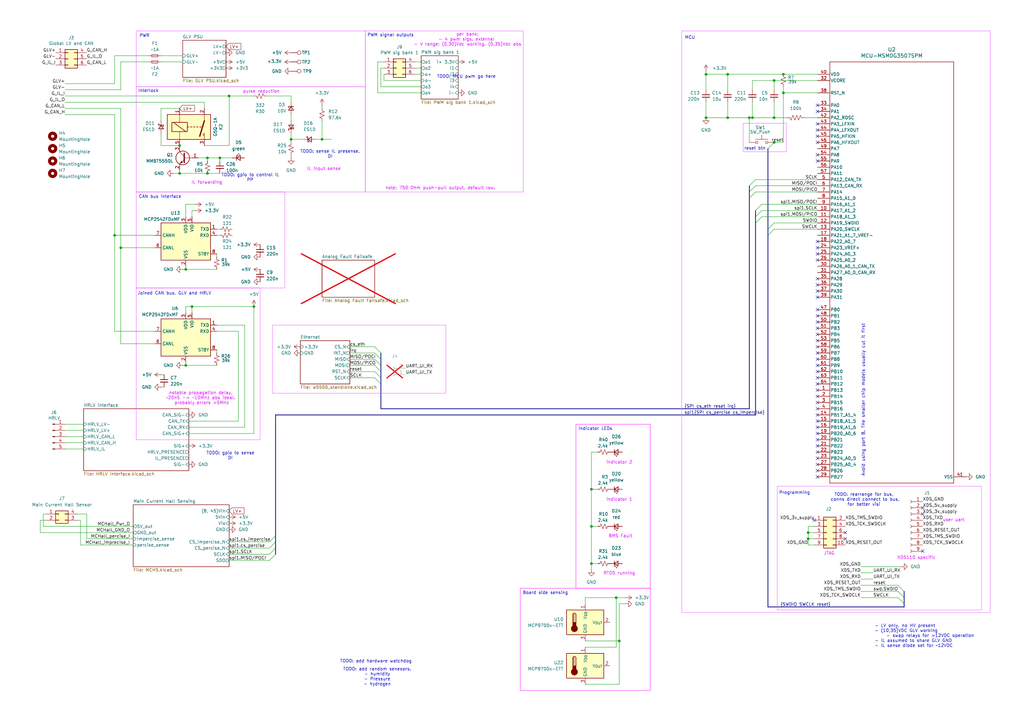
<source format=kicad_sch>
(kicad_sch (version 20250114) (generator "eeschema") (generator_version "9.0")
  (paper "A3")
  (title_block (title "BeeMS Master Board (A)") (date "2025-12-XX") (rev "1.0") (company "UTA Racing") (comment 1 "Files at github.com/Gregification/BeeMS"))
  (bus_alias "SPI" (members "SCLK" "MISO/POCI" "MOSI/PICO"))
  (rectangle (start 55.88 78.74) (end 116.84 118.11) (stroke (width 0) (color 234 84 255 1)))
  (rectangle (start 318.77 199.39) (end 402.59 250.19) (stroke (width 0) (color 234 84 255 1)))
  (rectangle (start 279.654 12.7) (end 406.146 251.206) (stroke (width 0) (color 234 84 255 1)))
  (rectangle (start 111.76 133.35) (end 182.88 161.29) (stroke (width 0) (color 234 84 255 1)))
  (rectangle (start 55.88 35.56) (end 149.86 78.74) (stroke (width 0) (color 234 84 255 1)))
  (rectangle (start 55.88 118.11) (end 106.68 180.34) (stroke (width 0) (color 234 84 255 1)))
  (rectangle (start 55.88 12.7) (end 149.86 35.56) (stroke (width 0) (color 234 84 255 1)))
  (rectangle (start 149.86 12.7) (end 214.63 78.74) (stroke (width 0) (color 234 84 255 1)))
  (rectangle (start 304.8 50.546) (end 322.58 62.23) (stroke (width 0) (color 234 84 255 1)))
  (text "pulse reduction" (at 107.188 37.592 0) (effects (font (size 1.27 1.27))))
  (text "indicator 1" (at 254 204.978 0) (effects (font (size 1.27 1.27))))
  (text "IL forwarding" (at 84.836 74.93 0) (effects (font (size 1.27 1.27))))
  (text "IL input sense" (at 132.842 69.342 0) (effects (font (size 1.27 1.27))))
  (text "PWM signal outputs" (at 150.622 14.478 0) (effects (font (size 1.27 1.27)) (justify left)))
  (text "Programming" (at 325.882 202.184 0) (effects (font (size 1.27 1.27))))
  (text "TODO: gpio to control IL\nPP" (at 102.616 72.898 0) (effects (font (size 1.27 1.27))))
  (text "RTOS running" (at 254 235.204 0) (effects (font (size 1.27 1.27))))
  (text "TODO: sense IL presense.\nDI" (at 135.382 63.246 0) (effects (font (size 1.27 1.27))))
  (text "Avoid using port B. THe smaller chip models usually cut it first" (at 354.076 164.084 90) (effects (font (size 1.27 1.27))))
  (text "PWR\n" (at 57.15 14.732 0) (effects (font (size 1.27 1.27)) (justify left)))
  (text "notable propagation delay.\n~20nS -> ~10MHz abs ideal.\n probably errors >5MHz" (at 82.296 163.322 0) (effects (font (size 1.27 1.27))))
  (text "CAN bus interface" (at 56.896 80.772 0) (effects (font (size 1.27 1.27)) (justify left)))
  (text "XDS110 specific" (at 375.92 228.854 0) (effects (font (size 1.27 1.27))))
  (text "JTAG" (at 340.106 227.076 0) (effects (font (size 1.27 1.27))))
  (text "TODO: gpio to sense\nDI" (at 94.488 186.944 0) (effects (font (size 1.27 1.27))))
  (text "reset btn" (at 309.626 60.96 0) (effects (font (size 1.27 1.27))))
  (text "MCU" (at 282.956 15.494 0) (effects (font (size 1.27 1.27))))
  (text "TODO: MCU pwm go here" (at 191.262 31.496 0) (effects (font (size 1.27 1.27))))
  (text "TODO: add random senesors.\n- humidity\n- Pressure\n- hydrogen" (at 154.686 277.622 0) (effects (font (size 1.27 1.27))))
  (text "TODO: add hardware watchdog" (at 154.178 271.272 0) (effects (font (size 1.27 1.27))))
  (text "Interlock" (at 56.642 37.338 0) (effects (font (size 1.27 1.27)) (justify left)))
  (text "BMS Fault" (at 254.508 219.964 0) (effects (font (size 1.27 1.27))))
  (text "- LV only. no HV present\n- (10,35]VDC GLV working\n	- swap relays for >12VDC operation\n- IL assumed to share GLV GND\n- IL sense diode set for ~12VDC" (at 358.648 256.032 0) (effects (font (size 1.27 1.27)) (justify left top)))
  (text "TODO: rearrange for bus,\n conns direct connect to bus.\nfor better visi" (at 354.33 204.978 0) (effects (font (size 1.27 1.27))))
  (text "user uart" (at 391.16 213.36 0) (effects (font (size 1.27 1.27))))
  (text "Joined CAN bus. GLV and HRLV" (at 56.388 120.396 0) (effects (font (size 1.27 1.27)) (justify left)))
  (text "per bank:\n- 4 pwm sigs. external \n- V range: (0,30)Vdc working. (0,35]Vdc abs" (at 191.77 16.256 0) (effects (font (size 1.27 1.27))))
  (text "note: 750 Ohm push-pull output. default low." (at 180.594 77.216 0) (effects (font (size 1.27 1.27))))
  (text "indicator 2" (at 254 189.738 0) (effects (font (size 1.27 1.27))))
  (text_box "indicator LEDs" (at 236.22 173.99 0) (size 30.48 67.31) (margins 0.9525 0.9525 0.9525 0.9525) (stroke (width 0) (color 255 0 255 1)) (effects (font (size 1.27 1.27)) (justify left top)))
  (text_box "Board side sensing" (at 213.36 241.3 0) (size 53.34 41.91) (margins 0.9525 0.9525 0.9525 0.9525) (stroke (width 0) (color 255 0 255 1)) (effects (font (size 1.27 1.27)) (justify left top)))
  (junction (at 321.31 38.1))
  (junction (at 298.45 48.26))
  (junction (at 331.47 218.44))
  (junction (at 104.14 125.73))
  (junction (at 85.09 64.77))
  (junction (at 289.56 48.26))
  (junction (at 242.57 215.9))
  (junction (at 321.31 30.48))
  (junction (at 132.08 57.15))
  (junction (at 254 262.89))
  (junction (at 298.45 30.48))
  (junction (at 73.66 71.12))
  (junction (at 317.5 58.42))
  (junction (at 242.57 200.66))
  (junction (at 49.53 101.6))
  (junction (at 93.98 39.37))
  (junction (at 242.57 231.14))
  (junction (at 252.73 245.11))
  (junction (at 76.2 149.86))
  (junction (at 85.09 71.12))
  (junction (at 76.2 110.49))
  (junction (at 119.38 57.15))
  (junction (at 317.5 48.26))
  (junction (at 46.99 96.52))
  (junction (at 90.17 64.77))
  (junction (at 289.56 30.48))
  (junction (at 308.61 48.26))
  (junction (at 73.66 59.69))
  (junction (at 331.47 220.98))
  (junction (at 78.74 125.73))
  (junction (at 317.5 33.02))
  (junction (at 307.34 48.26))
  (no_connect (at 334.01 213.36))
  (no_connect (at 335.28 104.14))
  (no_connect (at 335.28 58.42))
  (no_connect (at 335.28 162.56))
  (no_connect (at 378.46 226.06))
  (no_connect (at 335.28 43.18))
  (no_connect (at 335.28 182.88))
  (no_connect (at 335.28 106.68))
  (no_connect (at 335.28 167.64))
  (no_connect (at 346.71 218.44))
  (no_connect (at 378.46 208.28))
  (no_connect (at 335.28 190.5))
  (no_connect (at 335.28 154.94))
  (no_connect (at 335.28 185.42))
  (no_connect (at 335.28 63.5))
  (no_connect (at 335.28 193.04))
  (no_connect (at 335.28 144.78))
  (no_connect (at 335.28 142.24))
  (no_connect (at 335.28 165.1))
  (no_connect (at 335.28 99.06))
  (no_connect (at 335.28 139.7))
  (no_connect (at 335.28 66.04))
  (no_connect (at 335.28 160.02))
  (no_connect (at 378.46 210.82))
  (no_connect (at 335.28 101.6))
  (no_connect (at 335.28 114.3))
  (no_connect (at 346.71 220.98))
  (no_connect (at 335.28 157.48))
  (no_connect (at 335.28 175.26))
  (no_connect (at 335.28 195.58))
  (no_connect (at 335.28 170.18))
  (no_connect (at 335.28 129.54))
  (no_connect (at 335.28 172.72))
  (no_connect (at 335.28 45.72))
  (no_connect (at 335.28 55.88))
  (no_connect (at 335.28 127))
  (no_connect (at 335.28 137.16))
  (no_connect (at 335.28 187.96))
  (no_connect (at 335.28 134.62))
  (no_connect (at 335.28 132.08))
  (no_connect (at 335.28 152.4))
  (no_connect (at 335.28 121.92))
  (no_connect (at 335.28 147.32))
  (no_connect (at 335.28 180.34))
  (no_connect (at 335.28 53.34))
  (no_connect (at 335.28 177.8))
  (no_connect (at 335.28 119.38))
  (no_connect (at 335.28 50.8))
  (no_connect (at 335.28 149.86))
  (no_connect (at 335.28 116.84))
  (bus_entry (at 156.21 144.78) (size -2.54 -2.54))
  (bus_entry (at 307.34 78.74) (size 2.54 -2.54))
  (bus_entry (at 156.21 157.48) (size -2.54 -2.54))
  (bus_entry (at 156.21 147.32) (size -2.54 -2.54))
  (bus_entry (at 156.21 152.4) (size -2.54 -2.54))
  (bus_entry (at 314.96 60.96) (size 2.54 -2.54))
  (bus_entry (at 309.88 86.36) (size 2.54 -2.54))
  (bus_entry (at 370.84 247.65) (size -2.54 -2.54))
  (bus_entry (at 113.03 227.33) (size -2.54 2.54))
  (bus_entry (at 113.03 224.79) (size -2.54 2.54))
  (bus_entry (at 113.03 222.25) (size -2.54 2.54))
  (bus_entry (at 156.21 154.94) (size -2.54 -2.54))
  (bus_entry (at 309.88 91.44) (size 2.54 -2.54))
  (bus_entry (at 314.96 96.52) (size 2.54 -2.54))
  (bus_entry (at 307.34 81.28) (size 2.54 -2.54))
  (bus_entry (at 156.21 149.86) (size -2.54 -2.54))
  (bus_entry (at 370.84 245.11) (size -2.54 -2.54))
  (bus_entry (at 307.34 76.2) (size 2.54 -2.54))
  (bus_entry (at 314.96 93.98) (size 2.54 -2.54))
  (bus_entry (at 113.03 219.71) (size -2.54 2.54))
  (bus_entry (at 370.84 242.57) (size -2.54 -2.54))
  (bus_entry (at 309.88 88.9) (size 2.54 -2.54))
  (wire (pts (xy 143.51 152.4) (xy 153.67 152.4)))
  (wire (pts (xy 93.98 39.37) (xy 104.14 39.37)))
  (wire (pts (xy 172.72 33.02) (xy 157.48 33.02)))
  (wire (pts (xy 46.99 46.99) (xy 46.99 96.52)))
  (wire (pts (xy 119.38 39.37) (xy 119.38 41.91)))
  (wire (pts (xy 289.56 29.21) (xy 289.56 30.48)))
  (wire (pts (xy 308.61 48.26) (xy 317.5 48.26)))
  (wire (pts (xy 95.25 64.77) (xy 90.17 64.77)))
  (wire (pts (xy 46.99 34.29) (xy 46.99 22.86)))
  (wire (pts (xy 74.93 110.49) (xy 76.2 110.49)))
  (bus (pts (xy 113.03 170.18) (xy 309.88 170.18)))
  (wire (pts (xy 66.04 59.69) (xy 66.04 54.61)))
  (wire (pts (xy 129.54 57.15) (xy 132.08 57.15)))
  (wire (pts (xy 309.88 78.74) (xy 335.28 78.74)))
  (wire (pts (xy 308.61 33.02) (xy 308.61 36.83)))
  (wire (pts (xy 254 247.65) (xy 256.54 247.65)))
  (wire (pts (xy 93.98 229.87) (xy 110.49 229.87)))
  (wire (pts (xy 73.66 59.69) (xy 66.04 59.69)))
  (wire (pts (xy 289.56 30.48) (xy 298.45 30.48)))
  (wire (pts (xy 156.21 27.94) (xy 156.21 35.56)))
  (wire (pts (xy 17.78 215.9) (xy 54.61 215.9)))
  (wire (pts (xy 353.06 245.11) (xy 368.3 245.11)))
  (wire (pts (xy 66.04 49.53) (xy 66.04 44.45)))
  (wire (pts (xy 252.73 265.43) (xy 252.73 245.11)))
  (wire (pts (xy 312.42 83.82) (xy 335.28 83.82)))
  (wire (pts (xy 85.09 66.04) (xy 85.09 64.77)))
  (wire (pts (xy 331.47 220.98) (xy 334.01 220.98)))
  (bus (pts (xy 370.84 247.65) (xy 370.84 248.92)))
  (wire (pts (xy 26.67 184.15) (xy 34.29 184.15)))
  (wire (pts (xy 321.31 35.56) (xy 321.31 38.1)))
  (wire (pts (xy 317.5 91.44) (xy 335.28 91.44)))
  (wire (pts (xy 49.53 101.6) (xy 49.53 140.97)))
  (wire (pts (xy 78.74 86.36) (xy 78.74 88.9)))
  (wire (pts (xy 119.38 46.99) (xy 119.38 49.53)))
  (wire (pts (xy 93.98 59.69) (xy 83.82 59.69)))
  (bus (pts (xy 309.88 88.9) (xy 309.88 91.44)))
  (wire (pts (xy 317.5 41.91) (xy 317.5 48.26)))
  (wire (pts (xy 26.67 179.07) (xy 34.29 179.07)))
  (wire (pts (xy 16.51 213.36) (xy 16.51 218.44)))
  (wire (pts (xy 353.06 234.95) (xy 358.14 234.95)))
  (wire (pts (xy 76.2 83.82) (xy 76.2 88.9)))
  (wire (pts (xy 321.31 38.1) (xy 321.31 58.42)))
  (wire (pts (xy 143.51 142.24) (xy 153.67 142.24)))
  (bus (pts (xy 156.21 147.32) (xy 156.21 149.86)))
  (wire (pts (xy 26.67 173.99) (xy 34.29 173.99)))
  (wire (pts (xy 78.74 125.73) (xy 78.74 128.27)))
  (wire (pts (xy 289.56 30.48) (xy 289.56 36.83)))
  (wire (pts (xy 309.88 76.2) (xy 335.28 76.2)))
  (wire (pts (xy 46.99 96.52) (xy 63.5 96.52)))
  (wire (pts (xy 83.82 41.91) (xy 83.82 44.45)))
  (wire (pts (xy 298.45 30.48) (xy 321.31 30.48)))
  (wire (pts (xy 31.75 213.36) (xy 33.02 213.36)))
  (bus (pts (xy 113.03 224.79) (xy 113.03 222.25)))
  (wire (pts (xy 143.51 147.32) (xy 153.67 147.32)))
  (wire (pts (xy 307.34 48.26) (xy 307.34 58.42)))
  (bus (pts (xy 113.03 227.33) (xy 113.03 224.79)))
  (wire (pts (xy 240.03 247.65) (xy 240.03 245.11)))
  (wire (pts (xy 46.99 96.52) (xy 46.99 135.89)))
  (wire (pts (xy 240.03 265.43) (xy 252.73 265.43)))
  (wire (pts (xy 154.94 25.4) (xy 157.48 25.4)))
  (wire (pts (xy 78.74 125.73) (xy 76.2 125.73)))
  (wire (pts (xy 97.79 135.89) (xy 88.9 135.89)))
  (wire (pts (xy 309.88 73.66) (xy 335.28 73.66)))
  (wire (pts (xy 26.67 34.29) (xy 46.99 34.29)))
  (wire (pts (xy 119.38 64.77) (xy 119.38 63.5)))
  (bus (pts (xy 370.84 242.57) (xy 370.84 245.11)))
  (bus (pts (xy 307.34 78.74) (xy 307.34 81.28)))
  (wire (pts (xy 308.61 33.02) (xy 317.5 33.02)))
  (wire (pts (xy 170.18 30.48) (xy 172.72 30.48)))
  (wire (pts (xy 104.14 177.8) (xy 104.14 125.73)))
  (wire (pts (xy 26.67 39.37) (xy 93.98 39.37)))
  (wire (pts (xy 26.67 41.91) (xy 83.82 41.91)))
  (wire (pts (xy 49.53 25.4) (xy 60.96 25.4)))
  (wire (pts (xy 46.99 22.86) (xy 60.96 22.86)))
  (wire (pts (xy 35.56 210.82) (xy 31.75 210.82)))
  (wire (pts (xy 93.98 222.25) (xy 110.49 222.25)))
  (wire (pts (xy 19.05 213.36) (xy 16.51 213.36)))
  (wire (pts (xy 67.31 158.75) (xy 66.04 158.75)))
  (wire (pts (xy 353.06 237.49) (xy 358.14 237.49)))
  (wire (pts (xy 88.9 143.51) (xy 88.9 144.78)))
  (wire (pts (xy 90.17 66.04) (xy 90.17 64.77)))
  (wire (pts (xy 245.11 215.9) (xy 242.57 215.9)))
  (bus (pts (xy 314.96 60.96) (xy 314.96 93.98)))
  (wire (pts (xy 298.45 30.48) (xy 298.45 36.83)))
  (wire (pts (xy 317.5 58.42) (xy 321.31 58.42)))
  (wire (pts (xy 73.66 44.45) (xy 66.04 44.45)))
  (wire (pts (xy 308.61 48.26) (xy 308.61 41.91)))
  (bus (pts (xy 307.34 81.28) (xy 307.34 167.64)))
  (wire (pts (xy 66.04 22.86) (xy 74.93 22.86)))
  (wire (pts (xy 170.18 25.4) (xy 172.72 25.4)))
  (wire (pts (xy 78.74 86.36) (xy 80.01 86.36)))
  (wire (pts (xy 254 247.65) (xy 254 262.89)))
  (wire (pts (xy 156.21 35.56) (xy 172.72 35.56)))
  (wire (pts (xy 132.08 57.15) (xy 132.08 49.53)))
  (wire (pts (xy 49.53 25.4) (xy 49.53 36.83)))
  (wire (pts (xy 242.57 231.14) (xy 242.57 215.9)))
  (wire (pts (xy 33.02 213.36) (xy 33.02 223.52)))
  (wire (pts (xy 109.22 39.37) (xy 119.38 39.37)))
  (bus (pts (xy 314.96 96.52) (xy 314.96 248.92)))
  (bus (pts (xy 309.88 86.36) (xy 309.88 88.9)))
  (bus (pts (xy 156.21 167.64) (xy 307.34 167.64)))
  (wire (pts (xy 298.45 41.91) (xy 298.45 48.26)))
  (wire (pts (xy 317.5 33.02) (xy 335.28 33.02)))
  (wire (pts (xy 16.51 218.44) (xy 54.61 218.44)))
  (wire (pts (xy 143.51 154.94) (xy 153.67 154.94)))
  (wire (pts (xy 156.21 27.94) (xy 157.48 27.94)))
  (wire (pts (xy 49.53 44.45) (xy 49.53 101.6)))
  (wire (pts (xy 331.47 218.44) (xy 334.01 218.44)))
  (wire (pts (xy 54.61 220.98) (xy 35.56 220.98)))
  (wire (pts (xy 76.2 149.86) (xy 88.9 149.86)))
  (bus (pts (xy 113.03 219.71) (xy 113.03 170.18)))
  (wire (pts (xy 353.06 242.57) (xy 368.3 242.57)))
  (wire (pts (xy 71.12 71.12) (xy 73.66 71.12)))
  (wire (pts (xy 252.73 245.11) (xy 256.54 245.11)))
  (wire (pts (xy 317.5 93.98) (xy 335.28 93.98)))
  (wire (pts (xy 26.67 36.83) (xy 49.53 36.83)))
  (wire (pts (xy 49.53 101.6) (xy 63.5 101.6)))
  (wire (pts (xy 77.47 172.72) (xy 97.79 172.72)))
  (wire (pts (xy 245.11 231.14) (xy 242.57 231.14)))
  (wire (pts (xy 331.47 215.9) (xy 334.01 215.9)))
  (bus (pts (xy 309.88 91.44) (xy 309.88 170.18)))
  (wire (pts (xy 242.57 185.42) (xy 242.57 200.66)))
  (bus (pts (xy 113.03 222.25) (xy 113.03 219.71)))
  (bus (pts (xy 156.21 157.48) (xy 156.21 167.64)))
  (wire (pts (xy 26.67 181.61) (xy 34.29 181.61)))
  (wire (pts (xy 73.66 71.12) (xy 73.66 69.85)))
  (wire (pts (xy 80.01 83.82) (xy 76.2 83.82)))
  (wire (pts (xy 331.47 215.9) (xy 331.47 218.44)))
  (wire (pts (xy 119.38 57.15) (xy 119.38 54.61)))
  (wire (pts (xy 110.49 224.79) (xy 93.98 224.79)))
  (wire (pts (xy 90.17 93.98) (xy 88.9 93.98)))
  (wire (pts (xy 74.93 149.86) (xy 76.2 149.86)))
  (wire (pts (xy 76.2 109.22) (xy 76.2 110.49)))
  (wire (pts (xy 353.06 232.41) (xy 369.57 232.41)))
  (wire (pts (xy 312.42 86.36) (xy 335.28 86.36)))
  (wire (pts (xy 76.2 125.73) (xy 76.2 128.27)))
  (wire (pts (xy 76.2 110.49) (xy 88.9 110.49)))
  (wire (pts (xy 90.17 64.77) (xy 85.09 64.77)))
  (wire (pts (xy 312.42 88.9) (xy 335.28 88.9)))
  (bus (pts (xy 156.21 154.94) (xy 156.21 157.48)))
  (wire (pts (xy 100.33 133.35) (xy 88.9 133.35)))
  (wire (pts (xy 90.17 96.52) (xy 88.9 96.52)))
  (wire (pts (xy 104.14 125.73) (xy 78.74 125.73)))
  (wire (pts (xy 97.79 172.72) (xy 97.79 135.89)))
  (wire (pts (xy 132.08 44.45) (xy 132.08 43.18)))
  (bus (pts (xy 156.21 152.4) (xy 156.21 154.94)))
  (wire (pts (xy 242.57 233.68) (xy 242.57 231.14)))
  (wire (pts (xy 157.48 33.02) (xy 157.48 30.48)))
  (wire (pts (xy 26.67 44.45) (xy 49.53 44.45)))
  (wire (pts (xy 35.56 220.98) (xy 35.56 210.82)))
  (wire (pts (xy 240.03 262.89) (xy 254 262.89)))
  (wire (pts (xy 317.5 33.02) (xy 317.5 36.83)))
  (wire (pts (xy 331.47 223.52) (xy 334.01 223.52)))
  (wire (pts (xy 46.99 135.89) (xy 63.5 135.89)))
  (wire (pts (xy 85.09 71.12) (xy 90.17 71.12)))
  (wire (pts (xy 289.56 48.26) (xy 298.45 48.26)))
  (wire (pts (xy 73.66 71.12) (xy 85.09 71.12)))
  (wire (pts (xy 240.03 245.11) (xy 252.73 245.11)))
  (wire (pts (xy 17.78 210.82) (xy 17.78 215.9)))
  (wire (pts (xy 88.9 105.41) (xy 88.9 104.14)))
  (wire (pts (xy 66.04 25.4) (xy 74.93 25.4)))
  (wire (pts (xy 240.03 280.67) (xy 254 280.67)))
  (bus (pts (xy 314.96 93.98) (xy 314.96 96.52)))
  (wire (pts (xy 132.08 57.15) (xy 135.89 57.15)))
  (bus (pts (xy 314.96 248.92) (xy 370.84 248.92)))
  (wire (pts (xy 19.05 210.82) (xy 17.78 210.82)))
  (wire (pts (xy 77.47 177.8) (xy 104.14 177.8)))
  (wire (pts (xy 100.33 175.26) (xy 100.33 133.35)))
  (wire (pts (xy 242.57 200.66) (xy 242.57 215.9)))
  (wire (pts (xy 49.53 140.97) (xy 63.5 140.97)))
  (wire (pts (xy 26.67 46.99) (xy 46.99 46.99)))
  (bus (pts (xy 156.21 149.86) (xy 156.21 152.4)))
  (wire (pts (xy 154.94 38.1) (xy 154.94 25.4)))
  (wire (pts (xy 143.51 144.78) (xy 153.67 144.78)))
  (wire (pts (xy 76.2 149.86) (xy 76.2 148.59)))
  (wire (pts (xy 85.09 64.77) (xy 81.28 64.77)))
  (wire (pts (xy 331.47 223.52) (xy 331.47 220.98)))
  (wire (pts (xy 254 262.89) (xy 254 280.67)))
  (wire (pts (xy 170.18 27.94) (xy 172.72 27.94)))
  (wire (pts (xy 317.5 48.26) (xy 322.58 48.26)))
  (bus (pts (xy 307.34 76.2) (xy 307.34 78.74)))
  (wire (pts (xy 298.45 48.26) (xy 307.34 48.26)))
  (wire (pts (xy 143.51 149.86) (xy 153.67 149.86)))
  (wire (pts (xy 307.34 48.26) (xy 308.61 48.26)))
  (wire (pts (xy 353.06 240.03) (xy 368.3 240.03)))
  (wire (pts (xy 119.38 58.42) (xy 119.38 57.15)))
  (wire (pts (xy 242.57 200.66) (xy 245.11 200.66)))
  (wire (pts (xy 321.31 38.1) (xy 335.28 38.1)))
  (wire (pts (xy 67.31 153.67) (xy 66.04 153.67)))
  (wire (pts (xy 26.67 176.53) (xy 34.29 176.53)))
  (wire (pts (xy 119.38 57.15) (xy 124.46 57.15)))
  (wire (pts (xy 33.02 223.52) (xy 54.61 223.52)))
  (wire (pts (xy 77.47 175.26) (xy 100.33 175.26)))
  (wire (pts (xy 321.31 30.48) (xy 335.28 30.48)))
  (wire (pts (xy 245.11 185.42) (xy 242.57 185.42)))
  (bus (pts (xy 156.21 144.78) (xy 156.21 147.32)))
  (wire (pts (xy 172.72 38.1) (xy 154.94 38.1)))
  (wire (pts (xy 331.47 220.98) (xy 331.47 218.44)))
  (bus (pts (xy 370.84 245.11) (xy 370.84 247.65)))
  (wire (pts (xy 289.56 41.91) (xy 289.56 48.26)))
  (wire (pts (xy 330.2 48.26) (xy 335.28 48.26)))
  (wire (pts (xy 110.49 227.33) (xy 93.98 227.33)))
  (wire (pts (xy 93.98 39.37) (xy 93.98 59.69)))
  (label "G_IL_I" (at 22.86 26.67 180))
  (label "XDS_TCK_SWDCLK" (at 346.71 215.9 0))
  (label "MISO{slash}POCI" (at 335.28 76.2 180))
  (label "XDS_TCK_SWDCLK" (at 378.46 223.52 0))
  (label "GLV+" (at 26.67 34.29 180))
  (label "{SPI cs_eth reset irq}" (at 280.67 167.64 0))
  (label "cs_eth" (at 143.51 142.24 0))
  (label "G_CAN_L" (at 26.67 44.45 180))
  (label "G_IL_O" (at 26.67 41.91 180))
  (label "spi1.cs_impercise" (at 93.98 222.25 0))
  (label "MCHall_Pwr_O" (at 53.34 215.9 180))
  (label "XDS_RESET_OUT" (at 346.71 223.52 0))
  (label "XDS_TXD" (at 353.06 234.95 180))
  (label "G_CAN_H" (at 26.67 46.99 180))
  (label "XDS_3v_supply" (at 334.01 213.36 180))
  (label "MCHall_percise_I" (at 53.34 220.98 180))
  (label "UART_UI_TX" (at 358.14 237.49 0))
  (label "MISO{slash}POCI" (at 143.51 147.32 0))
  (label "UART_UI_TX" (at 166.37 153.67 0))
  (label "XDS_GND" (at 353.06 232.41 180))
  (label "MOSI{slash}PICO" (at 143.51 149.86 0))
  (label "UART_UI_RX" (at 358.14 234.95 0))
  (label "UART_UI_RX" (at 166.37 151.13 0))
  (label "spi1.MISO{slash}POCI" (at 93.98 229.87 0))
  (label "G_IL_O" (at 35.56 24.13 0))
  (label "XDS_3v_supply" (at 378.46 210.82 0))
  (label "SWDIO" (at 335.28 91.44 180))
  (label "G_CAN_H" (at 35.56 21.59 0))
  (label "reset" (at 321.31 58.42 180))
  (label "spi1{SPI cs_percise cs_impercise}" (at 280.67 170.18 0))
  (label "SWCLK" (at 358.14 245.11 0))
  (label "spi1.SCLK" (at 93.98 227.33 0))
  (label "XDS_GND" (at 331.47 223.52 180))
  (label "reset" (at 358.14 240.03 0))
  (label "GLV-" (at 22.86 24.13 180))
  (label "spi1.MOSI{slash}PICO" (at 335.28 88.9 180))
  (label "G_CAN_L" (at 35.56 26.67 0))
  (label "SCLK" (at 143.51 154.94 0))
  (label "irq" (at 143.51 144.78 0))
  (label "MCHall_GND_O" (at 53.34 218.44 180))
  (label "MCHall_imprecise_I" (at 53.34 223.52 180))
  (label "XDS_RESET_OUT" (at 378.46 218.44 0))
  (label "G_IL_I" (at 26.67 39.37 180))
  (label "SCLK" (at 335.28 73.66 180))
  (label "XDS_TMS_SWDIO" (at 378.46 220.98 0))
  (label "GLV-" (at 26.67 36.83 180))
  (label "spi1.SCLK" (at 335.28 86.36 180))
  (label "XDS_RESET_OUT" (at 353.06 240.03 180))
  (label "XDS_GND" (at 378.46 205.74 0))
  (label "XDS_RXD" (at 353.06 237.49 180))
  (label "GLV+" (at 22.86 21.59 180))
  (label "XDS_TCK_SWDCLK" (at 353.06 245.11 180))
  (label "XDS_RXD" (at 378.46 215.9 0))
  (label "swd.SWDIO" (at 358.14 242.57 0))
  (label "XDS_TMS_SWDIO" (at 346.71 213.36 0))
  (label "XDS_TXD" (at 378.46 213.36 0))
  (label "spi1.MISO{slash}POCI" (at 335.28 83.82 180))
  (label "XDS_TMS_SWDIO" (at 353.06 242.57 180))
  (label "reset" (at 143.51 152.4 0))
  (label "SWCLK" (at 335.28 93.98 180))
  (label "MOSI{slash}PICO" (at 335.28 78.74 180))
  (label "spi1.cs_percise" (at 93.98 224.79 0))
  (label "XDS_5v_supply" (at 378.46 208.28 0))
  (label "{SWDIO SWCLK reset}" (at 320.04 248.92 0))
  (global_label "LV+" (shape input) (at 93.98 209.55 0) (property "Intersheetrefs" "${INTERSHEET_REFS}" (effects (hide yes))))
  (global_label "LV+" (shape input) (at 92.71 19.05 0) (property "Intersheetrefs" "${INTERSHEET_REFS}" (effects (hide yes))))
  (global_label "LV+" (shape input) (at 73.66 44.45 0) (property "Intersheetrefs" "${INTERSHEET_REFS}" (effects (hide yes))))
  (symbol (lib_id "Mechanical:MountingHole") (at 21.59 55.88 0) (unit 1) (in_bom no)
    (property "Reference" "H4" (at 24.13 54.6099 0) (effects (justify left)))
    (property "Value" "MountingHole" (at 24.13 57.1499 0) (effects (justify left)))
    (property "Footprint" "MountingHole:MountingHole_3.2mm_M3_Pad_Via" (effects (hide yes)))
    (property "Description" "Mounting Hole without connection" (effects (hide yes)))
  )
  (symbol (lib_id "Device:C_Small") (at 317.5 39.37 0) (mirror y) (unit 1)
    (property "Reference" "C5" (at 314.96 38.1062 0) (effects (justify left)))
    (property "Value" "10n" (at 314.96 40.6462 0) (effects (justify left)))
    (property "Footprint" "Capacitor_SMD:C_0805_2012Metric_Pad1.18x1.45mm_HandSolder" (effects (hide yes)))
    (property "mouser" "https://www.mouser.com/ProductDetail/KYOCERA-AVX/08051C103J4Z2A?qs=k4kUdCzLgS7mcJ89o4qEaA%3D%3D" (effects (hide yes)))
    (property "specs" "10nF, 5%, 100VDC, X7R, MLCC" (effects (hide yes)))
    (property "unit x10" "0.04" (effects (hide yes)))
    (property "unit x1" "0.10" (effects (hide yes)))
  )
  (symbol (lib_id "power:+3.3V") (at 123.19 142.24 90) (unit 1)
    (property "Reference" "#PWR010" (effects (hide yes)))
    (property "Value" "+3.3V" (at 119.38 142.2399 90) (effects (justify left)))
    (property "Description" "Power symbol creates a global label with name \"+3.3V\"" (effects (hide yes)))
  )
  (symbol (lib_id "Device:D_Schottky_Small") (at 119.38 52.07 90) (unit 1)
    (property "Reference" "D17" (at 112.014 51.054 90) (effects (justify right)))
    (property "Value" "ES1D" (at 112.014 53.594 90) (effects (justify right)))
    (property "Footprint" "Diode_SMD:D_SMA" (effects (hide yes)))
    (property "Description" "Schottky diode, small symbol" (effects (hide yes)))
    (property "mouser" "https://www.mouser.com/ProductDetail/onsemi-Fairchild/ES1C?qs=sGAEpiMZZMtbRapU8LlZDwxyh3P6uVi9ZaZE%252B629d7E%3D" (effects (hide yes)))
    (property "unit x10" "0.086" (effects (hide yes)))
    (property "specs" "920mVf, 150Vr, 1Aconstant, 15nSr,15Ar, 1.47W -50C, +150C" (effects (hide yes)))
    (property "unit x1" "0.10" (effects (hide yes)))
  )
  (symbol (lib_id "power:GND") (at 119.38 64.77 0) (unit 1)
    (property "Reference" "#PWR028" (effects (hide yes)))
    (property "Value" "GND" (at 119.38 69.85 0))
    (property "Description" "Power symbol creates a global label with name \"GND\" , ground" (effects (hide yes)))
  )
  (symbol (lib_id "power:GND") (at 74.93 110.49 270) (mirror x) (unit 1)
    (property "Reference" "#PWR038" (effects (hide yes)))
    (property "Value" "GND" (at 71.12 110.4899 90) (effects (justify right)))
    (property "Description" "Power symbol creates a global label with name \"GND\" , ground" (effects (hide yes)))
  )
  (symbol (lib_id "Device:C_Small") (at 106.68 102.87 0) (unit 1)
    (property "Reference" "C15" (at 109.22 101.6062 0) (effects (justify left)))
    (property "Value" "220n" (at 109.22 104.1462 0) (effects (justify left)))
    (property "Footprint" "Capacitor_SMD:C_0805_2012Metric_Pad1.18x1.45mm_HandSolder" (effects (hide yes)))
    (property "Datasheet" "https://www.mouser.com/ProductDetail/Samsung-Electro-Mechanics/CL31B224KBFNNNF?qs=sGAEpiMZZMsh%252B1woXyUXj7iNKXiFkBmw7C%252BUlKpuDJ8%3D" (effects (hide yes)))
    (property "mouser" "https://www.mouser.com/ProductDetail/Samsung-Electro-Mechanics/CL21B224KCFSFNE?qs=664zcAxDQ0l4Y1eUk6Zc1g%3D%3D" (effects (hide yes)))
    (property "specs" "100VDC, X7R, 10%, -55C, +125C, 220nF" (effects (hide yes)))
    (property "unit x10" "0.054" (effects (hide yes)))
  )
  (symbol (lib_id "power:GND") (at 92.71 21.59 90) (unit 1)
    (property "Reference" "#PWR025" (effects (hide yes)))
    (property "Value" "GND" (at 96.52 21.5899 90) (effects (justify right)))
    (property "Description" "Power symbol creates a global label with name \"GND\" , ground" (effects (hide yes)))
  )
  (symbol (lib_id "Device:R_Small_US") (at 247.65 231.14 90) (unit 1)
    (property "Reference" "R31" (at 249.428 226.06 90) (effects (justify left)))
    (property "Value" "2.4k" (at 249.428 228.6 90) (effects (justify left)))
    (property "Footprint" "Resistor_SMD:R_0805_2012Metric_Pad1.20x1.40mm_HandSolder" (effects (hide yes)))
    (property "Description" "Resistor, small US symbol" (effects (hide yes)))
    (property "mouser" "https://www.mouser.com/ProductDetail/Panasonic/ERJ-P06J242V?qs=sGAEpiMZZMvdGkrng054t8AJgcdMkx7xOLqVcooAW3k%3D" (effects (hide yes)))
    (property "unit x10" "0.039" (effects (hide yes)))
    (property "unit x1" "0.12" (effects (hide yes)))
    (property "specs " "500mW, 5%, 200ppm, 400V, -55C, +155C, anti-surge, TF" (effects (hide yes)))
  )
  (symbol (lib_id "power:GND") (at 77.47 190.5 90) (mirror x) (unit 1)
    (property "Reference" "#PWR050" (effects (hide yes)))
    (property "Value" "GND" (at 81.28 190.5001 90) (effects (justify right)))
    (property "Description" "Power symbol creates a global label with name \"GND\" , ground" (effects (hide yes)))
  )
  (symbol (lib_id "Device:C_Small") (at 90.17 68.58 0) (unit 1)
    (property "Reference" "C26" (at 92.71 67.3162 0) (effects (justify left)))
    (property "Value" "100n" (at 92.71 69.8562 0) (effects (justify left)))
    (property "Footprint" "Capacitor_SMD:C_1206_3216Metric_Pad1.33x1.80mm_HandSolder" (effects (hide yes)))
    (property "mouser" "https://www.mouser.com/ProductDetail/Walsin/1206B104K251CT?qs=fIkAfuXiAQKkmX5niKUTKw%3D%3D" (effects (hide yes)))
    (property "specs" "100nF, 250VDC, X7R, 10%, -55C, +125C" (effects (hide yes)))
    (property "unit x10" "0.042" (effects (hide yes)))
  )
  (symbol (lib_id "power:+3.3V") (at 93.98 214.63 270) (unit 1)
    (property "Reference" "#PWR08" (effects (hide yes)))
    (property "Value" "+3.3V" (at 97.79 214.6299 90) (effects (justify left)))
    (property "Description" "Power symbol creates a global label with name \"+3.3V\"" (effects (hide yes)))
  )
  (symbol (lib_id "power:GND") (at 66.04 158.75 270) (mirror x) (unit 1)
    (property "Reference" "#PWR047" (effects (hide yes)))
    (property "Value" "GND" (at 62.23 158.7499 90) (effects (justify right)))
    (property "Description" "Power symbol creates a global label with name \"GND\" , ground" (effects (hide yes)))
  )
  (symbol (lib_id "power:GND") (at 71.12 71.12 270) (mirror x) (unit 1)
    (property "Reference" "#PWR026" (effects (hide yes)))
    (property "Value" "GND" (at 67.31 71.1199 90) (effects (justify right)))
    (property "Description" "Power symbol creates a global label with name \"GND\" , ground" (effects (hide yes)))
  )
  (symbol (lib_id "Device:R_Small_US") (at 247.65 185.42 90) (unit 1)
    (property "Reference" "R40" (at 249.428 180.34 90) (effects (justify left)))
    (property "Value" "2.4k" (at 249.428 182.88 90) (effects (justify left)))
    (property "Footprint" "Resistor_SMD:R_0805_2012Metric_Pad1.20x1.40mm_HandSolder" (effects (hide yes)))
    (property "Description" "Resistor, small US symbol" (effects (hide yes)))
    (property "mouser" "https://www.mouser.com/ProductDetail/Panasonic/ERJ-P06J242V?qs=sGAEpiMZZMvdGkrng054t8AJgcdMkx7xOLqVcooAW3k%3D" (effects (hide yes)))
    (property "unit x10" "0.039" (effects (hide yes)))
    (property "unit x1" "0.12" (effects (hide yes)))
    (property "specs " "500mW, 5%, 200ppm, 400V, -55C, +155C, anti-surge, TF" (effects (hide yes)))
  )
  (symbol (lib_id "power:GND") (at 77.47 170.18 90) (mirror x) (unit 1)
    (property "Reference" "#PWR048" (effects (hide yes)))
    (property "Value" "GND" (at 81.28 170.1801 90) (effects (justify right)))
    (property "Description" "Power symbol creates a global label with name \"GND\" , ground" (effects (hide yes)))
  )
  (symbol (lib_id "Interface_CAN_LIN:MCP2542FDxMF") (at 76.2 99.06 0) (mirror y) (unit 1)
    (property "Reference" "U13" (at 73.914 87.376 0) (effects (justify left)))
    (property "Value" "MCP2542FDxMF" (at 73.914 89.916 0) (effects (justify left)))
    (property "Footprint" "Package_SO:SOIC-8_3.9x4.9mm_P1.27mm" (effects (hide yes)))
    (property "Datasheet" "http://ww1.microchip.com/downloads/en/DeviceDoc/MCP2542FD-4FD-MCP2542WFD-4WFD-Data-Sheet20005514B.pdf" (effects (hide yes)))
    (property "Description" "CAN-FD Transceiver, Wake-Up on CAN activity, 8Mbps, 5V supply, STBY pin, 3x3 DFN-8" (effects (hide yes)))
    (property "mouser" "https://www.mouser.com/ProductDetail/579-MCP2542FD-E-SN" (effects (hide yes)))
    (property "unit x10" "0.86" (effects (hide yes)))
  )
  (symbol (lib_id "power:+5V") (at 80.01 83.82 270) (mirror x) (unit 1)
    (property "Reference" "#PWR037" (effects (hide yes)))
    (property "Value" "+5V" (at 83.82 83.8199 90) (effects (justify left)))
    (property "Description" "Power symbol creates a global label with name \"+5V\"" (effects (hide yes)))
  )
  (symbol (lib_id "Transistor_BJT:MMBT5550L") (at 76.2 64.77 0) (mirror y) (unit 1)
    (property "Reference" "Q1" (at 71.12 63.4999 0) (effects (justify left)))
    (property "Value" "MMBT5550L" (at 71.12 66.0399 0) (effects (justify left)))
    (property "Footprint" "Package_TO_SOT_SMD:SOT-23" (effects (hide yes)))
    (property "Datasheet" "www.onsemi.com/pub/Collateral/MMBT5550LT1-D.PDF" (effects (hide yes)))
    (property "Description" "0.6A Ic, 140V Vce, NPN Transistor, SOT-23" (effects (hide yes)))
    (property "mouser" "https://www.mouser.com/ProductDetail/onsemi/MMBT5550LT1G?qs=R2UZ7gjkEjKW3fmkaqXxTw%3D%3D" (effects (hide yes)))
    (property "unit x10" "0.087" (effects (hide yes)))
    (property "unit x1" "0.14" (effects (hide yes)))
  )
  (symbol (lib_id "Switch:SW_Push") (at 312.42 58.42 0) (mirror y) (unit 1)
    (property "Reference" "SW1" (at 313.944 52.324 0) (effects (justify left)))
    (property "Value" "SW_Push" (at 315.976 54.102 0) (effects (justify left)))
    (property "Footprint" "Button_Switch_SMD:SW_SPST_PTS645" (effects (hide yes)))
    (property "Datasheet" "https://www.mouser.com/ProductDetail/Soldered/101111?qs=%252BXxaIXUDbq05T1Vr5nLouw%3D%3D" (effects (hide yes)))
    (property "Description" "Push button switch, generic, two pins" (effects (hide yes)))
    (property "mouser" "https://www.mouser.com/ProductDetail/CK/KSC251J-SP-DELTA-LFS?qs=sGAEpiMZZMtFyPk3yBMYYFTocizRX9VpYSHB0QfEbpY%3D" (effects (hide yes)))
    (property "unit x10" "0.532" (effects (hide yes)))
  )
  (symbol (lib_id "Device:R_Small_US") (at 106.68 39.37 90) (mirror x) (unit 1)
    (property "Reference" "R30" (at 106.68 45.72 90))
    (property "Value" "332" (at 106.68 43.18 90))
    (property "Footprint" "Resistor_SMD:R_1206_3216Metric_Pad1.30x1.75mm_HandSolder" (effects (hide yes)))
    (property "Description" "Resistor, small US symbol" (effects (hide yes)))
    (property "specs" "332 ohm, 250mW, 200V, 1%, 100ppm, -55C, +155C" (effects (hide yes)))
    (property "mouser" "https://www.mouser.com/ProductDetail/YAGEO/AC1206FR-07332RL?qs=sGAEpiMZZMvdGkrng054txZnKwhPFOhA4suuzGTX%2F2A%3D" (effects (hide yes)))
    (property "unit x10" "0.016" (effects (hide yes)))
    (property "unit x1" "0.10" (effects (hide yes)))
  )
  (symbol (lib_id "power:GND") (at 74.93 149.86 270) (mirror x) (unit 1)
    (property "Reference" "#PWR029" (effects (hide yes)))
    (property "Value" "GND" (at 71.12 149.8599 90) (effects (justify right)))
    (property "Description" "Power symbol creates a global label with name \"GND\" , ground" (effects (hide yes)))
  )
  (symbol (lib_id "Mechanical:MountingHole") (at 21.59 66.04 0) (unit 1) (in_bom no)
    (property "Reference" "H6" (at 24.13 64.7699 0) (effects (justify left)))
    (property "Value" "MountingHole" (at 24.13 67.3099 0) (effects (justify left)))
    (property "Footprint" "MountingHole:MountingHole_3.2mm_M3_Pad_Via" (effects (hide yes)))
    (property "Description" "Mounting Hole without connection" (effects (hide yes)))
  )
  (symbol (lib_id "Device:LED_Small") (at 252.73 231.14 0) (mirror x) (unit 1)
    (property "Reference" "D23" (at 252.7935 224.79 0))
    (property "Value" "blue" (at 252.7935 227.33 0))
    (property "Footprint" "LED_SMD:LED_0805_2012Metric_Pad1.15x1.40mm_HandSolder" (effects (hide yes)))
    (property "Description" "Light emitting diode, small symbol" (effects (hide yes)))
    (property "specs" "5mA, 90mW, 2.6Vf, 5Vr, 470nm, 40mcd" (effects (hide yes)))
    (property "mouser" "https://www.mouser.com/ProductDetail/Inolux/IN-S85CS5B?qs=stqOd1AaK79rJ2RZKPoGSg%3D%3D" (effects (hide yes)))
    (property "unit x10" "0.15" (effects (hide yes)))
    (property "unit x1" "0.22" (effects (hide yes)))
  )
  (symbol (lib_id "power:+3.3V") (at 77.47 182.88 270) (unit 1)
    (property "Reference" "#PWR051" (effects (hide yes)))
    (property "Value" "+3.3V" (at 81.28 182.8799 90) (effects (justify left)))
    (property "Description" "Power symbol creates a global label with name \"+3.3V\"" (effects (hide yes)))
  )
  (symbol (lib_id "Device:R_Small_US") (at 85.09 68.58 0) (mirror x) (unit 1)
    (property "Reference" "R5" (at 83.312 67.31 0) (effects (justify right)))
    (property "Value" "10k" (at 83.312 69.85 0) (effects (justify right)))
    (property "Footprint" "Resistor_SMD:R_0805_2012Metric_Pad1.20x1.40mm_HandSolder" (effects (hide yes)))
    (property "Description" "Resistor, US symbol" (effects (hide yes)))
    (property "mouser" "https://www.mouser.com/ProductDetail/YAGEO/AC0805FR-7W10KL?qs=sGAEpiMZZMvdGkrng054t4v35oYz4BJEgsNpGKlk%252BQ%2FXDjzK07E4tA%3D%3D" (effects (hide yes)))
    (property "specs" "10k , 250mW, 150V, 1%, 100ppm, -55C, +155C" (effects (hide yes)))
    (property "unit x10" "0.015" (effects (hide yes)))
    (property "unit x1" "0.1" (effects (hide yes)))
  )
  (symbol (lib_id "power:GND") (at 123.19 144.78 270) (mirror x) (unit 1)
    (property "Reference" "#PWR014" (effects (hide yes)))
    (property "Value" "GND" (at 119.38 144.7799 90) (effects (justify right)))
    (property "Description" "Power symbol creates a global label with name \"GND\" , ground" (effects (hide yes)))
  )
  (symbol (lib_id "Connector:TestPoint") (at 119.38 29.21 270) (unit 1) (in_bom no)
    (property "Reference" "TP9" (at 124.206 29.21 90) (effects (justify left)))
    (property "Value" "TestPoint" (effects (hide yes)))
    (property "Footprint" "TestPoint:TestPoint_THTPad_3.0x3.0mm_Drill1.5mm" (effects (hide yes)))
    (property "Description" "test point" (effects (hide yes)))
  )
  (symbol (lib_id "Device:C_Small") (at 308.61 39.37 0) (mirror y) (unit 1)
    (property "Reference" "C11" (at 306.07 38.1062 0) (effects (justify left)))
    (property "Value" "220n" (at 306.07 40.6462 0) (effects (justify left)))
    (property "Footprint" "Capacitor_SMD:C_0805_2012Metric_Pad1.18x1.45mm_HandSolder" (effects (hide yes)))
    (property "Datasheet" "https://www.mouser.com/ProductDetail/Samsung-Electro-Mechanics/CL31B224KBFNNNF?qs=sGAEpiMZZMsh%252B1woXyUXj7iNKXiFkBmw7C%252BUlKpuDJ8%3D" (effects (hide yes)))
    (property "mouser" "https://www.mouser.com/ProductDetail/Samsung-Electro-Mechanics/CL21B224KCFSFNE?qs=664zcAxDQ0l4Y1eUk6Zc1g%3D%3D" (effects (hide yes)))
    (property "specs" "100VDC, X7R, 10%, -55C, +125C, 220nF" (effects (hide yes)))
    (property "unit x10" "0.054" (effects (hide yes)))
  )
  (symbol (lib_id "power:GND") (at 256.54 247.65 90) (unit 1)
    (property "Reference" "#PWR06" (effects (hide yes)))
    (property "Value" "GND" (at 260.35 247.6499 90) (effects (justify right)))
    (property "Description" "Power symbol creates a global label with name \"GND\" , ground" (effects (hide yes)))
  )
  (symbol (lib_id "power:+3V3") (at 92.71 27.94 270) (unit 1)
    (property "Reference" "#PWR01" (effects (hide yes)))
    (property "Value" "+3V3" (at 96.52 27.9399 90) (effects (justify left)))
    (property "Description" "Power symbol creates a global label with name \"+3V3\"" (effects (hide yes)))
  )
  (symbol (lib_id "power:+5V") (at 106.68 110.49 90) (mirror x) (unit 1)
    (property "Reference" "#PWR044" (effects (hide yes)))
    (property "Value" "+5V" (at 102.87 110.4899 90) (effects (justify left)))
    (property "Description" "Power symbol creates a global label with name \"+5V\"" (effects (hide yes)))
  )
  (symbol (lib_id "Device:R_Small_US") (at 92.71 96.52 90) (mirror x) (unit 1)
    (property "Reference" "R24" (at 95.123 98.933 90) (effects (justify left)))
    (property "Value" "121" (at 95.123 101.473 90) (effects (justify left)))
    (property "Footprint" "Resistor_SMD:R_0805_2012Metric_Pad1.20x1.40mm_HandSolder" (effects (hide yes)))
    (property "Description" "Resistor, US symbol" (effects (hide yes)))
    (property "mouser" "https://www.mouser.com/ProductDetail/SEI-Stackpole/RNCP0805FTD121R?qs=sGAEpiMZZMvdGkrng054tyMPH50YnZ95dJmxWK8e%2FBgSyeAIVnAHjA%3D%3D" (effects (hide yes)))
    (property "specs" "121Ohm, 200V, 250mW, 1%, 100ppm, -55C, +155C" (effects (hide yes)))
    (property "unit x1" "0.10" (effects (hide yes)))
    (property "unit x10" "0.012" (effects (hide yes)))
  )
  (symbol (lib_id "Device:LED_Small") (at 97.79 64.77 0) (unit 1)
    (property "Reference" "D5" (at 97.8535 58.42 0))
    (property "Value" "green" (at 97.8535 60.96 0))
    (property "Footprint" "LED_SMD:LED_0805_2012Metric_Pad1.15x1.40mm_HandSolder" (effects (hide yes)))
    (property "Description" "Light emitting diode, small symbol" (effects (hide yes)))
    (property "specs" "5mA, 90mW, 2.5Vf, 5Vr, 525nm, 230mcd" (effects (hide yes)))
    (property "mouser" "https://www.mouser.com/ProductDetail/Inolux/IN-S85CS5G?qs=stqOd1AaK78kgbAhYU96ww%3D%3D" (effects (hide yes)))
    (property "unit x10" "0.187" (effects (hide yes)))
    (property "unit x1" "0.27" (effects (hide yes)))
  )
  (symbol (lib_id "Sensor_Temperature:MCP9700x-ETT") (at 240.03 273.05 0) (unit 1)
    (property "Reference" "U22" (at 231.14 271.7799 0) (effects (justify right)))
    (property "Value" "MCP9700x-ETT" (at 231.14 274.3199 0) (effects (justify right)))
    (property "Footprint" "Package_TO_SOT_SMD:SOT-23-3" (effects (hide yes)))
    (property "Datasheet" "http://ww1.microchip.com/downloads/en/devicedoc/20001942g.pdf" (effects (hide yes)))
    (property "Description" "Low power, analog thermistor temperature sensor, ±4C accuracy, -40C to +125C, in SOT-23-3" (effects (hide yes)))
    (property "mouser" "https://www.mouser.com/ProductDetail/Microchip-Technology/MCP9701T-E-TT?qs=sGAEpiMZZMvg0ceH8xRWVS%2FBEgYaUXC1mPCUCWSjWKs%3D" (effects (hide yes)))
    (property "unit x25" "0.33" (effects (hide yes)))
    (property "unit x1" "0.40" (effects (hide yes)))
  )
  (symbol (lib_id "Device:R_Small_US") (at 247.65 215.9 90) (unit 1)
    (property "Reference" "R10" (at 249.428 210.82 90) (effects (justify left)))
    (property "Value" "2.4k" (at 249.428 213.36 90) (effects (justify left)))
    (property "Footprint" "Resistor_SMD:R_0805_2012Metric_Pad1.20x1.40mm_HandSolder" (effects (hide yes)))
    (property "Description" "Resistor, small US symbol" (effects (hide yes)))
    (property "mouser" "https://www.mouser.com/ProductDetail/Panasonic/ERJ-P06J242V?qs=sGAEpiMZZMvdGkrng054t8AJgcdMkx7xOLqVcooAW3k%3D" (effects (hide yes)))
    (property "unit x10" "0.039" (effects (hide yes)))
    (property "unit x1" "0.12" (effects (hide yes)))
    (property "specs " "500mW, 5%, 200ppm, 400V, -55C, +155C, anti-surge, TF" (effects (hide yes)))
  )
  (symbol (lib_id "Connector_Generic:Conn_02x02_Counter_Clockwise") (at 24.13 210.82 0) (unit 1)
    (property "Reference" "J7" (at 25.4 204.47 0))
    (property "Value" "Main Current Hall Sensor" (at 25.4 207.01 0))
    (property "Footprint" "Connector_Molex:Molex_Micro-Fit_3.0_43045-0400_2x02_P3.00mm_Horizontal" (effects (hide yes)))
    (property "Description" "Generic connector, double row, 02x02, counter clockwise pin numbering scheme (similar to DIP package numbering), script generated (kicad-library-utils/schlib/autogen/connector/)" (effects (hide yes)))
    (property "mouser" "https://www.mouser.com/ProductDetail/Molex/43045-0600?qs=mrPiglD9aYJ8CzJ%2FE2PNbw%3D%3D" (effects (hide yes)))
    (property "unit x10" "1.19" (effects (hide yes)))
    (property "unit x1" "1.46" (effects (hide yes)))
  )
  (symbol (lib_id "Device:R_Small_US") (at 321.31 33.02 180) (unit 1)
    (property "Reference" "R7" (at 323.088 31.75 0) (effects (justify right)))
    (property "Value" "39k" (at 326.898 33.528 0) (effects (justify left)))
    (property "Footprint" "Resistor_SMD:R_0805_2012Metric_Pad1.20x1.40mm_HandSolder" (effects (hide yes)))
    (property "Datasheet" "https://www.mouser.com/ProductDetail/Panasonic/ERJ-P08F6800V?qs=iIVTEDlrHA3SVAPfz%2FMedg%3D%3D" (effects (hide yes)))
    (property "Description" "Resistor, US symbol" (effects (hide yes)))
    (property "mouser" "https://www.mouser.com/ProductDetail/KOA-Speer/RK73B2ATTD393J?qs=sGAEpiMZZMvdGkrng054t7JT%252BZ6rIJkYnQBIQ0nUEPI%3D" (effects (hide yes)))
    (property "specs" "39k Ohm,250mW, 150V, 5%, 200ppm, -55C, +155C" (effects (hide yes)))
    (property "unit x10" "0.017" (effects (hide yes)))
    (property "unit x1" "0.1" (effects (hide yes)))
  )
  (symbol (lib_id "power:+3.3V") (at 132.08 43.18 0) (unit 1)
    (property "Reference" "#PWR036" (effects (hide yes)))
    (property "Value" "+3.3V" (at 132.08 38.1 0))
    (property "Description" "Power symbol creates a global label with name \"+3.3V\"" (effects (hide yes)))
  )
  (symbol (lib_id "power:GND") (at 93.98 217.17 90) (mirror x) (unit 1)
    (property "Reference" "#PWR07" (effects (hide yes)))
    (property "Value" "GND" (at 97.79 217.1701 90) (effects (justify right)))
    (property "Description" "Power symbol creates a global label with name \"GND\" , ground" (effects (hide yes)))
  )
  (symbol (lib_id "Device:R_Small_US") (at 132.08 46.99 180) (unit 1)
    (property "Reference" "R12" (at 134.62 45.7199 0) (effects (justify right)))
    (property "Value" "97.6k" (at 134.62 48.2599 0) (effects (justify right)))
    (property "Footprint" "Resistor_SMD:R_0805_2012Metric_Pad1.20x1.40mm_HandSolder" (effects (hide yes)))
    (property "Description" "Resistor, small US symbol" (effects (hide yes)))
    (property "mouser" "https://www.mouser.com/ProductDetail/KOA-Speer/RK73H2ATTD9762F?qs=sGAEpiMZZMvdGkrng054tz%252BUJoUq5nhIYmtkGFxIWAo%3D" (effects (hide yes)))
    (property "unit x10" "0.02" (effects (hide yes)))
    (property "unit x1" "0.1" (effects (hide yes)))
    (property "specs " "250mW, 97.6k, 1%, 100ppm, -55c, +155c, 150V" (effects (hide yes)))
  )
  (symbol (lib_id "zzLocalLibrary:MCU-MSM0G3507SPM") (at 335.28 30.48 0) (unit 1)
    (property "Reference" "U2" (at 365.76 20.32 0) (effects (font (size 1.524 1.524))))
    (property "Value" "MCU-MSM0G3507SPM" (at 365.76 22.86 0) (effects (font (size 1.524 1.524))))
    (property "Footprint" "zzLocalLibraries-Footprints:MSPM0G3507-64-IPC_A" (effects (hide yes)))
    (property "Datasheet" "https://www.mouser.com/ProductDetail/Texas-Instruments/MSPM0G3507SPMR?qs=ST9lo4GX8V0tukxOtqK%252B6A%3D%3D" (effects (hide yes)))
    (property "mouser" "https://www.mouser.com/ProductDetail/595-MSPM0G3507SPMR" (effects (hide yes)))
    (property "unit x10" "1.81" (effects (hide yes)))
  )
  (symbol (lib_id "power:+5V") (at 66.04 153.67 90) (mirror x) (unit 1)
    (property "Reference" "#PWR040" (effects (hide yes)))
    (property "Value" "+5V" (at 62.23 153.6699 90) (effects (justify left)))
    (property "Description" "Power symbol creates a global label with name \"+5V\"" (effects (hide yes)))
  )
  (symbol (lib_id "power:GND") (at 396.24 195.58 90) (unit 1)
    (property "Reference" "#PWR012" (effects (hide yes)))
    (property "Value" "GND" (at 400.05 195.5799 90) (effects (justify right)))
    (property "Description" "Power symbol creates a global label with name \"GND\" , ground" (effects (hide yes)))
  )
  (symbol (lib_id "Connector_Generic:Conn_02x05_Odd_Even") (at 339.09 218.44 0) (unit 1)
    (property "Reference" "J2" (at 339.852 208.788 0))
    (property "Value" "Conn_02x05_Odd_Even" (effects (hide yes)))
    (property "Footprint" "Connector_PinHeader_1.27mm:PinHeader_2x05_P1.27mm_Vertical_SMD" (effects (hide yes)))
    (property "Datasheet" "https://www.mouser.com/ProductDetail/Samtec/FTSH-105-01-L-DV-K?qs=%252B5JSS813miOqo3Vy%252BvhCFg%3D%3D&mgh=1&utm_id=22307413912&utm_source=google&utm_medium=cpc&utm_marketing_tactic=amercorp&gad_source=1&gad_campaignid=22307417416&gclid=EAIaIQobChMI7euR0cGajgMVHEp_AB1IOho8EAQYASABEgIaMPD_BwE" (effects (hide yes)))
    (property "Description" "https://www.digikey.com/en/products/detail/adafruit-industries-llc/556/6827041?gclsrc=aw.ds&gad_source=1&gad_campaignid=20232005509&gclid=EAIaIQobChMIgoT1icKajgMVrXJ_AB3caCGqEAQYByABEgJ-U_D_BwE" (effects (hide yes)))
    (property "mouser" "https://www.mouser.com/ProductDetail/Samtec/FTSH-105-01-L-DV-K-A?qs=rU5fayqh%252BE17uDIp%252BSnW3Q%3D%3D" (effects (hide yes)))
    (property "unit x1" "2.32" (effects (hide yes)))
  )
  (symbol (lib_id "Connector:Conn_01x09_Socket") (at 373.38 215.9 0) (mirror y) (unit 1)
    (property "Reference" "J1" (at 380.238 202.184 0))
    (property "Value" "Conn_01x09_Socket" (effects (hide yes)))
    (property "Footprint" "Connector_PinHeader_2.54mm:PinHeader_1x09_P2.54mm_Vertical" (effects (hide yes)))
    (property "Description" "Generic connector, single row, 01x09, script generated" (effects (hide yes)))
    (property "mouser" "https://www.mouser.com/ProductDetail/3M-Electronic-Solutions-Division/929400-01-07-RK?qs=8Li5tweT5mxAnRwvBSG7wg%3D%3D&mgh=1&utm_id=22693461723&utm_source=google&utm_medium=cpc&utm_marketing_tactic=amercorp&gad_source=1&gad_campaignid=22699465430&gclid=Cj0KCQjw0Y3HBhCxARIsAN7931V3Q9lNZD5h4uJjA3G07-TRSv1KPKk1_9nCCKxyCRbpuWAP8GWV0v4aAg3GEALw_wcB" (effects (hide yes)))
  )
  (symbol (lib_id "Device:C_Small") (at 289.56 39.37 0) (mirror y) (unit 1)
    (property "Reference" "C13" (at 287.02 38.1062 0) (effects (justify left)))
    (property "Value" "220n" (at 287.02 40.6462 0) (effects (justify left)))
    (property "Footprint" "Capacitor_SMD:C_0805_2012Metric_Pad1.18x1.45mm_HandSolder" (effects (hide yes)))
    (property "Datasheet" "https://www.mouser.com/ProductDetail/Samsung-Electro-Mechanics/CL31B224KBFNNNF?qs=sGAEpiMZZMsh%252B1woXyUXj7iNKXiFkBmw7C%252BUlKpuDJ8%3D" (effects (hide yes)))
    (property "mouser" "https://www.mouser.com/ProductDetail/Samsung-Electro-Mechanics/CL21B224KCFSFNE?qs=664zcAxDQ0l4Y1eUk6Zc1g%3D%3D" (effects (hide yes)))
    (property "specs" "100VDC, X7R, 10%, -55C, +125C, 220nF" (effects (hide yes)))
    (property "unit x10" "0.054" (effects (hide yes)))
  )
  (symbol (lib_id "Device:C_Small") (at 298.45 39.37 0) (mirror y) (unit 1)
    (property "Reference" "C14" (at 295.91 38.1062 0) (effects (justify left)))
    (property "Value" "10u" (at 295.91 40.6462 0) (effects (justify left)))
    (property "Footprint" "Capacitor_SMD:C_1206_3216Metric_Pad1.33x1.80mm_HandSolder" (effects (hide yes)))
    (property "mouser" "https://www.mouser.com/ProductDetail/Samsung-Electro-Mechanics/CL31A106KBHNNNE?qs=sGAEpiMZZMsh%252B1woXyUXjxqcB7t9naYpzWmpMbMJIKQ%3D" (effects (hide yes)))
    (property "specs" "10uF, 50VDC, X5R, 10%, -55C, +85C" (effects (hide yes)))
    (property "unit x10" "0.07" (effects (hide yes)))
  )
  (symbol (lib_id "Device:C_Small") (at 67.31 156.21 0) (unit 1)
    (property "Reference" "C7" (at 69.85 154.9462 0) (effects (justify left)))
    (property "Value" "220n" (at 69.85 157.4862 0) (effects (justify left)))
    (property "Footprint" "Capacitor_SMD:C_0805_2012Metric_Pad1.18x1.45mm_HandSolder" (effects (hide yes)))
    (property "Datasheet" "https://www.mouser.com/ProductDetail/Samsung-Electro-Mechanics/CL31B224KBFNNNF?qs=sGAEpiMZZMsh%252B1woXyUXj7iNKXiFkBmw7C%252BUlKpuDJ8%3D" (effects (hide yes)))
    (property "mouser" "https://www.mouser.com/ProductDetail/Samsung-Electro-Mechanics/CL21B224KCFSFNE?qs=664zcAxDQ0l4Y1eUk6Zc1g%3D%3D" (effects (hide yes)))
    (property "specs" "100VDC, X7R, 10%, -55C, +125C, 220nF" (effects (hide yes)))
    (property "unit x10" "0.054" (effects (hide yes)))
  )
  (symbol (lib_id "Device:D_Schottky_Small") (at 127 57.15 0) (unit 1)
    (property "Reference" "D16" (at 124.46 50.5459 0) (effects (justify left)))
    (property "Value" "ES1D" (at 124.46 53.0859 0) (effects (justify left)))
    (property "Footprint" "Diode_SMD:D_SMA" (effects (hide yes)))
    (property "Description" "Schottky diode, small symbol" (effects (hide yes)))
    (property "mouser" "https://www.mouser.com/ProductDetail/onsemi-Fairchild/ES1C?qs=sGAEpiMZZMtbRapU8LlZDwxyh3P6uVi9ZaZE%252B629d7E%3D" (effects (hide yes)))
    (property "unit x10" "0.086" (effects (hide yes)))
    (property "specs" "920mVf, 150Vr, 1Aconstant, 15nSr,15Ar, 1.47W -50C, +150C" (effects (hide yes)))
    (property "unit x1" "0.10" (effects (hide yes)))
  )
  (symbol (lib_id "power:+5V") (at 119.38 21.59 90) (unit 1)
    (property "Reference" "#PWR021" (effects (hide yes)))
    (property "Value" "+5V" (at 115.57 21.5899 90) (effects (justify left)))
    (property "Description" "Power symbol creates a global label with name \"+5V\"" (effects (hide yes)))
  )
  (symbol (lib_id "power:GND") (at 106.68 105.41 270) (mirror x) (unit 1)
    (property "Reference" "#PWR032" (effects (hide yes)))
    (property "Value" "GND" (at 102.87 105.4099 90) (effects (justify right)))
    (property "Description" "Power symbol creates a global label with name \"GND\" , ground" (effects (hide yes)))
  )
  (symbol (lib_id "power:GND") (at 187.96 38.1 90) (unit 1)
    (property "Reference" "#PWR041" (effects (hide yes)))
    (property "Value" "GND" (at 191.77 38.0999 90) (effects (justify right)))
    (property "Description" "Power symbol creates a global label with name \"GND\" , ground" (effects (hide yes)))
  )
  (symbol (lib_id "Mechanical:MountingHole") (at 21.59 71.12 0) (unit 1) (in_bom no)
    (property "Reference" "H7" (at 24.13 69.8499 0) (effects (justify left)))
    (property "Value" "MountingHole" (at 24.13 72.3899 0) (effects (justify left)))
    (property "Footprint" "MountingHole:MountingHole_3.2mm_M3_Pad_Via" (effects (hide yes)))
    (property "Description" "Mounting Hole without connection" (effects (hide yes)))
  )
  (symbol (lib_id "power:+3.3V") (at 289.56 29.21 0) (unit 1)
    (property "Reference" "#PWR027" (effects (hide yes)))
    (property "Value" "+3.3V" (at 292.1 27.9399 0) (effects (justify left)))
    (property "Description" "Power symbol creates a global label with name \"+3.3V\"" (effects (hide yes)))
  )
  (symbol (lib_id "Sensor_Temperature:MCP9700x-ETT") (at 240.03 255.27 0) (unit 1)
    (property "Reference" "U10" (at 231.14 253.9999 0) (effects (justify right)))
    (property "Value" "MCP9700x-ETT" (at 231.14 256.5399 0) (effects (justify right)))
    (property "Footprint" "Package_TO_SOT_SMD:SOT-23-3" (effects (hide yes)))
    (property "Datasheet" "http://ww1.microchip.com/downloads/en/devicedoc/20001942g.pdf" (effects (hide yes)))
    (property "Description" "Low power, analog thermistor temperature sensor, ±4C accuracy, -40C to +125C, in SOT-23-3" (effects (hide yes)))
    (property "mouser" "https://www.mouser.com/ProductDetail/Microchip-Technology/MCP9701T-E-TT?qs=sGAEpiMZZMvg0ceH8xRWVS%2FBEgYaUXC1mPCUCWSjWKs%3D" (effects (hide yes)))
    (property "unit x25" "0.33" (effects (hide yes)))
    (property "unit x1" "0.40" (effects (hide yes)))
  )
  (symbol (lib_id "power:GND") (at 119.38 29.21 270) (unit 1)
    (property "Reference" "#PWR03" (effects (hide yes)))
    (property "Value" "GND" (at 115.57 29.2099 90) (effects (justify right)))
    (property "Description" "Power symbol creates a global label with name \"GND\" , ground" (effects (hide yes)))
  )
  (symbol (lib_id "power:+5V") (at 92.71 25.4 270) (unit 1)
    (property "Reference" "#PWR09" (effects (hide yes)))
    (property "Value" "+5V" (at 96.52 25.3999 90) (effects (justify left)))
    (property "Description" "Power symbol creates a global label with name \"+5V\"" (effects (hide yes)))
  )
  (symbol (lib_id "Interface_CAN_LIN:MCP2542FDxMF") (at 76.2 138.43 0) (mirror y) (unit 1)
    (property "Reference" "U6" (at 73.152 126.492 0) (effects (justify left)))
    (property "Value" "MCP2542FDxMF" (at 73.152 129.032 0) (effects (justify left)))
    (property "Footprint" "Package_SO:SOIC-8_3.9x4.9mm_P1.27mm" (effects (hide yes)))
    (property "Datasheet" "http://ww1.microchip.com/downloads/en/DeviceDoc/MCP2542FD-4FD-MCP2542WFD-4WFD-Data-Sheet20005514B.pdf" (effects (hide yes)))
    (property "Description" "CAN-FD Transceiver, Wake-Up on CAN activity, 8Mbps, 5V supply, STBY pin, 3x3 DFN-8" (effects (hide yes)))
    (property "mouser" "https://www.mouser.com/ProductDetail/579-MCP2542FD-E-SN" (effects (hide yes)))
    (property "unit x10" "0.86" (effects (hide yes)))
  )
  (symbol (lib_id "power:GND") (at 242.57 233.68 0) (mirror y) (unit 1)
    (property "Reference" "#PWR04" (effects (hide yes)))
    (property "Value" "GND" (at 242.57 238.76 0))
    (property "Description" "Power symbol creates a global label with name \"GND\" , ground" (effects (hide yes)))
  )
  (symbol (lib_id "Device:R_Small_US") (at 88.9 107.95 180) (unit 1)
    (property "Reference" "R1" (at 90.678 106.68 0) (effects (justify right)))
    (property "Value" "39k" (at 94.488 108.458 0) (effects (justify left)))
    (property "Footprint" "Resistor_SMD:R_0805_2012Metric_Pad1.20x1.40mm_HandSolder" (effects (hide yes)))
    (property "Datasheet" "https://www.mouser.com/ProductDetail/Panasonic/ERJ-P08F6800V?qs=iIVTEDlrHA3SVAPfz%2FMedg%3D%3D" (effects (hide yes)))
    (property "Description" "Resistor, US symbol" (effects (hide yes)))
    (property "mouser" "https://www.mouser.com/ProductDetail/KOA-Speer/RK73B2ATTD393J?qs=sGAEpiMZZMvdGkrng054t7JT%252BZ6rIJkYnQBIQ0nUEPI%3D" (effects (hide yes)))
    (property "specs" "39k Ohm,250mW, 150V, 5%, 200ppm, -55C, +155C" (effects (hide yes)))
    (property "unit x10" "0.017" (effects (hide yes)))
    (property "unit x1" "0.1" (effects (hide yes)))
  )
  (symbol (lib_id "Connector:TestPoint") (at 119.38 21.59 270) (unit 1) (in_bom no)
    (property "Reference" "TP1" (at 123.698 21.59 90) (effects (justify left)))
    (property "Value" "TestPoint" (effects (hide yes)))
    (property "Footprint" "TestPoint:TestPoint_Loop_D2.50mm_Drill1.0mm_LowProfile" (effects (hide yes)))
    (property "Description" "test point" (effects (hide yes)))
  )
  (symbol (lib_id "power:+3.3V") (at 80.01 86.36 270) (unit 1)
    (property "Reference" "#PWR031" (effects (hide yes)))
    (property "Value" "+3.3V" (at 83.82 86.3599 90) (effects (justify left)))
    (property "Description" "Power symbol creates a global label with name \"+3.3V\"" (effects (hide yes)))
  )
  (symbol (lib_id "power:+5V") (at 93.98 212.09 270) (mirror x) (unit 1)
    (property "Reference" "#PWR013" (effects (hide yes)))
    (property "Value" "+5V" (at 97.79 212.0899 90) (effects (justify left)))
    (property "Description" "Power symbol creates a global label with name \"+5V\"" (effects (hide yes)))
  )
  (symbol (lib_id "Connector_Generic:Conn_02x03_Top_Bottom") (at 162.56 27.94 0) (unit 1)
    (property "Reference" "J9" (at 163.83 19.304 0))
    (property "Value" "PWM sig bank 1" (at 163.83 21.59 0))
    (property "Footprint" "Connector_Molex:Molex_Micro-Fit_3.0_43045-0600_2x03_P3.00mm_Horizontal" (effects (hide yes)))
    (property "Description" "Generic connector, double row, 02x03, top/bottom pin numbering scheme (row 1: 1...pins_per_row, row2: pins_per_row+1 ... num_pins), script generated (kicad-library-utils/schlib/autogen/connector/)" (effects (hide yes)))
    (property "mouser" "https://www.mouser.com/ProductDetail/Molex/43045-0600?qs=mrPiglD9aYJ8CzJ%2FE2PNbw%3D%3D&srsltid=AfmBOop7-nikRF2atEfFslZtuPWfqFOihNLqcdVlYseRCGCFOiFBx6Nk" (effects (hide yes)))
    (property "unit x10" "1.19" (effects (hide yes)))
    (property "unit x1" "1.46" (effects (hide yes)))
  )
  (symbol (lib_id "Connector_Generic:Conn_02x03_Top_Bottom") (at 27.94 24.13 0) (unit 1)
    (property "Reference" "J3" (at 29.21 15.494 0))
    (property "Value" "Global LV and CAN" (at 29.21 17.78 0))
    (property "Footprint" "Connector_Molex:Molex_Micro-Fit_3.0_43045-0600_2x03_P3.00mm_Horizontal" (effects (hide yes)))
    (property "Description" "Generic connector, double row, 02x03, top/bottom pin numbering scheme (row 1: 1...pins_per_row, row2: pins_per_row+1 ... num_pins), script generated (kicad-library-utils/schlib/autogen/connector/)" (effects (hide yes)))
    (property "mouser" "https://www.mouser.com/ProductDetail/Molex/43045-0600?qs=mrPiglD9aYJ8CzJ%2FE2PNbw%3D%3D&srsltid=AfmBOop7-nikRF2atEfFslZtuPWfqFOihNLqcdVlYseRCGCFOiFBx6Nk" (effects (hide yes)))
    (property "unit x10" "1.19" (effects (hide yes)))
    (property "unit x1" "1.46" (effects (hide yes)))
  )
  (symbol (lib_id "Relay:G5Q-1A") (at 78.74 52.07 0) (mirror x) (unit 1)
    (property "Reference" "K2" (at 90.6018 52.07 90))
    (property "Value" "G5Q-1A" (at 88.2904 52.07 90))
    (property "Footprint" "Relay_THT:Relay_SPST_Omron-G5Q-1A" (effects (hide yes)))
    (property "Datasheet" "https://www.omron.com/ecb/products/pdf/en-g5q.pdf" (effects (hide yes)))
    (property "mouser" "https://www.mouser.com/ProductDetail/Omron-Electronics/G5Q-1A-EU-DC12?qs=jvGqVfHPSOJiqt8KJ9dpXQ%3D%3D&srsltid=AfmBOop9wo4fWfhjLieEc19EeBZ_WnDl6Q0QD8Ufwxktwj5SRH23wSvT" (effects (hide yes)))
    (property "unit x10" "1.14" (effects (hide yes)))
    (property "unit x1" "1.26" (effects (hide yes)))
  )
  (symbol (lib_id "Device:Fuse_Small") (at 63.5 25.4 0) (mirror y) (unit 1)
    (property "Reference" "F2" (at 63.5 30.48 0))
    (property "Value" "~1A" (at 63.5 27.94 0))
    (property "Footprint" "Fuse:Fuseholder_Blade_Mini_Keystone_3568" (effects (hide yes)))
    (property "Description" "Fuse, small symbol" (effects (hide yes)))
    (property "specs" "what ever works. influenced by PWM load" (effects (hide yes)))
    (property "mouser" "https://www.mouser.com/ProductDetail/Keystone-Electronics/3568?qs=fP5bVVCrK%2Fd7nbA%2FPpwnKw%3D%3D&srsltid=AfmBOoo7G3Y_q2TyFWNsluHj1cpQVwVzLXq3iwRY5xT4x0qAQpRhlJa2" (effects (hide yes)))
    (property "unit x10" "0.905" (effects (hide yes)))
    (property "unit x1" "1.15" (effects (hide yes)))
  )
  (symbol (lib_id "Device:LED_Small") (at 252.73 185.42 0) (mirror x) (unit 1)
    (property "Reference" "D26" (at 252.7935 179.07 0))
    (property "Value" "yellow" (at 252.7935 181.61 0))
    (property "Footprint" "LED_SMD:LED_0805_2012Metric_Pad1.15x1.40mm_HandSolder" (effects (hide yes)))
    (property "Description" "Light emitting diode, small symbol" (effects (hide yes)))
    (property "specs" "5mA, 75mW, 1.8Vf, 5Vr, 589nm, 35mcd" (effects (hide yes)))
    (property "mouser" "https://www.mouser.com/ProductDetail/Inolux/IN-S85CS5Y?qs=stqOd1AaK7%2FMJEf9sw9pyw%3D%3D" (effects (hide yes)))
    (property "unit x10" "0.15" (effects (hide yes)))
    (property "unit x1" "0.22" (effects (hide yes)))
  )
  (symbol (lib_id "Device:C_Small") (at 106.68 113.03 0) (unit 1)
    (property "Reference" "C9" (at 109.22 111.7662 0) (effects (justify left)))
    (property "Value" "220n" (at 109.22 114.3062 0) (effects (justify left)))
    (property "Footprint" "Capacitor_SMD:C_0805_2012Metric_Pad1.18x1.45mm_HandSolder" (effects (hide yes)))
    (property "Datasheet" "https://www.mouser.com/ProductDetail/Samsung-Electro-Mechanics/CL31B224KBFNNNF?qs=sGAEpiMZZMsh%252B1woXyUXj7iNKXiFkBmw7C%252BUlKpuDJ8%3D" (effects (hide yes)))
    (property "mouser" "https://www.mouser.com/ProductDetail/Samsung-Electro-Mechanics/CL21B224KCFSFNE?qs=664zcAxDQ0l4Y1eUk6Zc1g%3D%3D" (effects (hide yes)))
    (property "specs" "100VDC, X7R, 10%, -55C, +125C, 220nF" (effects (hide yes)))
    (property "unit x10" "0.054" (effects (hide yes)))
  )
  (symbol (lib_id "power:GND") (at 106.68 115.57 270) (mirror x) (unit 1)
    (property "Reference" "#PWR045" (effects (hide yes)))
    (property "Value" "GND" (at 102.87 115.5699 90) (effects (justify right)))
    (property "Description" "Power symbol creates a global label with name \"GND\" , ground" (effects (hide yes)))
  )
  (symbol (lib_id "Connector:Conn_01x02_Socket") (at 161.29 153.67 180) (unit 1) (in_bom no) (dnp yes)
    (property "Reference" "J4" (at 161.925 146.05 0))
    (property "Value" "Conn_01x02_Socket" (effects (hide yes)))
    (property "Footprint" "Connector_PinHeader_2.54mm:PinHeader_1x02_P2.54mm_Vertical" (effects (hide yes)))
    (property "Description" "Generic connector, single row, 01x02, script generated" (effects (hide yes)))
  )
  (symbol (lib_id "Device:R_Small_US") (at 119.38 60.96 0) (mirror x) (unit 1)
    (property "Reference" "R25" (at 117.602 59.69 0) (effects (justify right)))
    (property "Value" "10k" (at 117.602 62.23 0) (effects (justify right)))
    (property "Footprint" "Resistor_SMD:R_0805_2012Metric_Pad1.20x1.40mm_HandSolder" (effects (hide yes)))
    (property "Description" "Resistor, US symbol" (effects (hide yes)))
    (property "mouser" "https://www.mouser.com/ProductDetail/YAGEO/AC0805FR-7W10KL?qs=sGAEpiMZZMvdGkrng054t4v35oYz4BJEgsNpGKlk%252BQ%2FXDjzK07E4tA%3D%3D" (effects (hide yes)))
    (property "specs" "10k , 250mW, 150V, 1%, 100ppm, -55C, +155C" (effects (hide yes)))
    (property "unit x10" "0.015" (effects (hide yes)))
    (property "unit x1" "0.1" (effects (hide yes)))
  )
  (symbol (lib_id "power:GND") (at 369.57 232.41 90) (unit 1)
    (property "Reference" "#PWR02" (effects (hide yes)))
    (property "Value" "GND" (at 373.38 232.4099 90) (effects (justify right)))
    (property "Description" "Power symbol creates a global label with name \"GND\" , ground" (effects (hide yes)))
  )
  (symbol (lib_id "Device:LED_Small") (at 252.73 200.66 0) (mirror x) (unit 1)
    (property "Reference" "D20" (at 252.7935 194.31 0))
    (property "Value" "yellow" (at 252.7935 196.85 0))
    (property "Footprint" "LED_SMD:LED_0805_2012Metric_Pad1.15x1.40mm_HandSolder" (effects (hide yes)))
    (property "Description" "Light emitting diode, small symbol" (effects (hide yes)))
    (property "specs" "5mA, 75mW, 1.8Vf, 5Vr, 589nm, 35mcd" (effects (hide yes)))
    (property "mouser" "https://www.mouser.com/ProductDetail/Inolux/IN-S85CS5Y?qs=stqOd1AaK7%2FMJEf9sw9pyw%3D%3D" (effects (hide yes)))
    (property "unit x10" "0.15" (effects (hide yes)))
    (property "unit x1" "0.22" (effects (hide yes)))
  )
  (symbol (lib_id "Mechanical:MountingHole") (at 21.59 60.96 0) (unit 1) (in_bom no)
    (property "Reference" "H5" (at 24.13 59.6899 0) (effects (justify left)))
    (property "Value" "MountingHole" (at 24.13 62.2299 0) (effects (justify left)))
    (property "Footprint" "MountingHole:MountingHole_3.2mm_M3_Pad_Via" (effects (hide yes)))
    (property "Description" "Mounting Hole without connection" (effects (hide yes)))
  )
  (symbol (lib_id "Connector:Conn_01x05_Pin") (at 21.59 179.07 0) (unit 1)
    (property "Reference" "J6" (at 22.098 169.164 0))
    (property "Value" "HRLV" (at 22.225 171.45 0))
    (property "Footprint" "Connector_Molex:Molex_Micro-Fit_3.0_43650-0500_1x05_P3.00mm_Horizontal" (effects (hide yes)))
    (property "Description" "Generic connector, single row, 01x05, script generated" (effects (hide yes)))
  )
  (symbol (lib_id "power:+3.3V") (at 106.68 100.33 90) (unit 1)
    (property "Reference" "#PWR046" (effects (hide yes)))
    (property "Value" "+3.3V" (at 102.87 100.3299 90) (effects (justify left)))
    (property "Description" "Power symbol creates a global label with name \"+3.3V\"" (effects (hide yes)))
  )
  (symbol (lib_id "Device:R_Small_US") (at 88.9 147.32 180) (unit 1)
    (property "Reference" "R26" (at 90.678 146.05 0) (effects (justify right)))
    (property "Value" "39k" (at 94.488 147.828 0) (effects (justify left)))
    (property "Footprint" "Resistor_SMD:R_0805_2012Metric_Pad1.20x1.40mm_HandSolder" (effects (hide yes)))
    (property "Datasheet" "https://www.mouser.com/ProductDetail/Panasonic/ERJ-P08F6800V?qs=iIVTEDlrHA3SVAPfz%2FMedg%3D%3D" (effects (hide yes)))
    (property "Description" "Resistor, US symbol" (effects (hide yes)))
    (property "mouser" "https://www.mouser.com/ProductDetail/KOA-Speer/RK73B2ATTD393J?qs=sGAEpiMZZMvdGkrng054t7JT%252BZ6rIJkYnQBIQ0nUEPI%3D" (effects (hide yes)))
    (property "specs" "39k Ohm,250mW, 150V, 5%, 200ppm, -55C, +155C" (effects (hide yes)))
    (property "unit x10" "0.017" (effects (hide yes)))
    (property "unit x1" "0.1" (effects (hide yes)))
  )
  (symbol (lib_id "power:+5V") (at 104.14 125.73 0) (mirror y) (unit 1)
    (property "Reference" "#PWR030" (effects (hide yes)))
    (property "Value" "+5V" (at 104.14 120.65 0))
    (property "Description" "Power symbol creates a global label with name \"+5V\"" (effects (hide yes)))
  )
  (symbol (lib_id "Connector:TestPoint") (at 119.38 25.4 270) (unit 1) (in_bom no)
    (property "Reference" "TP2" (at 123.698 25.4 90) (effects (justify left)))
    (property "Value" "TestPoint" (effects (hide yes)))
    (property "Footprint" "TestPoint:TestPoint_Loop_D2.50mm_Drill1.0mm_LowProfile" (effects (hide yes)))
    (property "Description" "test point" (effects (hide yes)))
  )
  (symbol (lib_id "power:+3.3V") (at 119.38 25.4 90) (unit 1)
    (property "Reference" "#PWR022" (effects (hide yes)))
    (property "Value" "+3.3V" (at 112.522 25.146 90))
    (property "Description" "Power symbol creates a global label with name \"+3.3V\"" (effects (hide yes)))
  )
  (symbol (lib_id "Device:D_Zener_Small") (at 119.38 44.45 90) (mirror x) (unit 1)
    (property "Reference" "D3" (at 115.57 42.926 90))
    (property "Value" "10V" (at 115.57 45.466 90))
    (property "Footprint" "Diode_SMD:D_2512_6332Metric_Pad1.52x3.35mm_HandSolder" (effects (hide yes)))
    (property "Description" "10V, 500mW, 2%, 15 Ohms, -55C, +155C" (effects (hide yes)))
    (property "mouser" "https://www.mouser.com/ProductDetail/Taiwan-Semiconductor/BZY55B10-RBG?qs=mAH9sUMRCtu4NcimqnPZZw%3D%3D" (effects (hide yes)))
    (property "unit x10" "0.21" (effects (hide yes)))
    (property "unit x1" "0.31" (effects (hide yes)))
  )
  (symbol (lib_id "Device:Fuse_Small") (at 63.5 22.86 180) (unit 1)
    (property "Reference" "F1" (at 63.5 17.78 0))
    (property "Value" "~1A" (at 63.5 20.32 0))
    (property "Footprint" "Fuse:Fuseholder_Blade_Mini_Keystone_3568" (effects (hide yes)))
    (property "Description" "Fuse, small symbol" (effects (hide yes)))
    (property "specs" "what ever works. influenced by PWM load" (effects (hide yes)))
    (property "mouser" "https://www.mouser.com/ProductDetail/Keystone-Electronics/3568?qs=fP5bVVCrK%2Fd7nbA%2FPpwnKw%3D%3D&srsltid=AfmBOoo7G3Y_q2TyFWNsluHj1cpQVwVzLXq3iwRY5xT4x0qAQpRhlJa2" (effects (hide yes)))
    (property "unit x10" "0.905" (effects (hide yes)))
    (property "unit x1" "1.15" (effects (hide yes)))
  )
  (symbol (lib_id "power:+5V") (at 187.96 25.4 270) (mirror x) (unit 1)
    (property "Reference" "#PWR042" (effects (hide yes)))
    (property "Value" "+5V" (at 191.77 25.3999 90) (effects (justify left)))
    (property "Description" "Power symbol creates a global label with name \"+5V\"" (effects (hide yes)))
  )
  (symbol (lib_id "Device:D_Schottky_Small") (at 66.04 52.07 90) (mirror x) (unit 1)
    (property "Reference" "D11" (at 63.5 50.5459 90) (effects (justify left)))
    (property "Value" "ES1D" (at 63.5 53.0859 90) (effects (justify left)))
    (property "Footprint" "Diode_SMD:D_SMA" (effects (hide yes)))
    (property "Description" "Schottky diode, small symbol" (effects (hide yes)))
    (property "mouser" "https://www.mouser.com/ProductDetail/onsemi-Fairchild/ES1C?qs=sGAEpiMZZMtbRapU8LlZDwxyh3P6uVi9ZaZE%252B629d7E%3D" (effects (hide yes)))
    (property "unit x10" "0.086" (effects (hide yes)))
    (property "specs" "920mVf, 150Vr, 1Aconstant, 15nSr,15Ar, 1.47W -50C, +150C" (effects (hide yes)))
    (property "unit x1" "0.10" (effects (hide yes)))
  )
  (symbol (lib_id "Device:R_US") (at 326.39 48.26 90) (mirror x) (unit 1)
    (property "Reference" "R8" (at 326.39 41.91 90))
    (property "Value" "100k" (at 326.39 44.45 90))
    (property "Footprint" "Resistor_SMD:R_1206_3216Metric_Pad1.30x1.75mm_HandSolder" (effects (hide yes)))
    (property "Datasheet" "https://www.mouser.com/ProductDetail/Bourns/CHV1206-FX-1003EST?qs=QNEnbhJQKvb7tN9X9nEnDA%3D%3D" (effects (hide yes)))
    (property "Description" "Resistor, US symbol" (effects (hide yes)))
    (property "mouser" "https://www.mouser.com/ProductDetail/Bourns/CHV1206-FX-1003EST?qs=QNEnbhJQKvb7tN9X9nEnDA%3D%3D" (effects (hide yes)))
    (property "specs" "100kOhm, 800V, 250mW, 100PPM, 1%, -55C, 155C" (effects (hide yes)))
    (property "unit x10" "0.083" (effects (hide yes)))
  )
  (symbol (lib_id "power:GND") (at 289.56 48.26 0) (unit 1)
    (property "Reference" "#PWR011" (effects (hide yes)))
    (property "Value" "GND" (at 289.56 53.34 0))
    (property "Description" "Power symbol creates a global label with name \"GND\" , ground" (effects (hide yes)))
  )
  (symbol (lib_id "Device:LED_Small") (at 252.73 215.9 0) (mirror x) (unit 1)
    (property "Reference" "D24" (at 252.7935 209.55 0))
    (property "Value" "red" (at 252.7935 212.09 0))
    (property "Footprint" "LED_SMD:LED_0805_2012Metric_Pad1.15x1.40mm_HandSolder" (effects (hide yes)))
    (property "Description" "Light emitting diode, small symbol" (effects (hide yes)))
    (property "specs" "5mA, 75mW, 1.8Vf, 5Vr, 622nm, 35mcd" (effects (hide yes)))
    (property "mouser" "https://www.mouser.com/ProductDetail/Inolux/IN-S85CS5R?qs=stqOd1AaK7%2F0oCzTIXliSw%3D%3D" (effects (hide yes)))
    (property "unit x10" "0.14" (effects (hide yes)))
    (property "unit x1" "0.21" (effects (hide yes)))
  )
  (symbol (lib_id "Device:R_Small_US") (at 92.71 93.98 90) (unit 1)
    (property "Reference" "R22" (at 95.123 89.027 90) (effects (justify left)))
    (property "Value" "121" (at 95.123 91.567 90) (effects (justify left)))
    (property "Footprint" "Resistor_SMD:R_0805_2012Metric_Pad1.20x1.40mm_HandSolder" (effects (hide yes)))
    (property "Description" "Resistor, US symbol" (effects (hide yes)))
    (property "mouser" "https://www.mouser.com/ProductDetail/SEI-Stackpole/RNCP0805FTD121R?qs=sGAEpiMZZMvdGkrng054tyMPH50YnZ95dJmxWK8e%2FBgSyeAIVnAHjA%3D%3D" (effects (hide yes)))
    (property "specs" "121Ohm, 200V, 250mW, 1%, 100ppm, -55C, +155C" (effects (hide yes)))
    (property "unit x1" "0.10" (effects (hide yes)))
    (property "unit x10" "0.012" (effects (hide yes)))
  )
  (symbol (lib_id "power:+3.3V") (at 256.54 245.11 270) (unit 1)
    (property "Reference" "#PWR05" (effects (hide yes)))
    (property "Value" "+3.3V" (at 260.35 245.1099 90) (effects (justify left)))
    (property "Description" "Power symbol creates a global label with name \"+3.3V\"" (effects (hide yes)))
  )
  (symbol (lib_id "Device:R_Small_US") (at 247.65 200.66 90) (unit 1)
    (property "Reference" "R3" (at 249.428 195.58 90) (effects (justify left)))
    (property "Value" "2.4k" (at 249.428 198.12 90) (effects (justify left)))
    (property "Footprint" "Resistor_SMD:R_0805_2012Metric_Pad1.20x1.40mm_HandSolder" (effects (hide yes)))
    (property "Description" "Resistor, small US symbol" (effects (hide yes)))
    (property "mouser" "https://www.mouser.com/ProductDetail/Panasonic/ERJ-P06J242V?qs=sGAEpiMZZMvdGkrng054t8AJgcdMkx7xOLqVcooAW3k%3D" (effects (hide yes)))
    (property "unit x10" "0.039" (effects (hide yes)))
    (property "unit x1" "0.12" (effects (hide yes)))
    (property "specs " "500mW, 5%, 200ppm, 400V, -55C, +155C, anti-surge, TF" (effects (hide yes)))
  )
  (sheet (at 132.08 106.68) (size 21.59 15.24) (in_bom no) (on_board no) (dnp yes) (stroke (width 0.1524))
    (property "Sheetname" "Analog Fault Failsafe" (at 132.08 105.9684 0) (effects (justify left bottom)))
    (property "Sheetfile" "Analog Fault Failsafe.kicad_sch" (at 132.08 122.5046 0) (effects (justify left top)))
  )
  (sheet (at 34.29 167.64) (size 43.18 25.4) (stroke (width 0.1524))
    (property "Sheetname" "HRLV interface" (at 34.29 166.9284 0) (effects (justify left bottom)))
    (property "Sheetfile" "HRLV interface.kicad_sch" (at 34.29 193.6246 0) (effects (justify left top)))
    (pin "CAN_RX" input (at 77.47 175.26 0))
    (pin "CAN_SIG+" input (at 77.47 177.8 0))
    (pin "CAN_SIG-" input (at 77.47 170.18 0))
    (pin "CAN_TX" input (at 77.47 172.72 0))
    (pin "HRLV_CAN_H" input (at 34.29 181.61 180))
    (pin "HRLV_CAN_L" input (at 34.29 179.07 180))
    (pin "HRLV_IL" input (at 34.29 184.15 180))
    (pin "HRLV_LV+" input (at 34.29 176.53 180))
    (pin "HRLV_LV-" input (at 34.29 173.99 180))
    (pin "HRLV_PRESENCE" output (at 77.47 185.42 0))
    (pin "IL_PRESENCE" output (at 77.47 187.96 0))
    (pin "SIG+" input (at 77.47 182.88 0))
    (pin "SIG-" input (at 77.47 190.5 0))
  )
  (sheet (at 172.72 22.86) (size 15.24 17.78) (stroke (width 0.1524))
    (property "Sheetname" "PWM sig bank 1" (at 172.72 22.1484 0) (effects (justify left bottom)))
    (property "Sheetfile" "PWM sig bank 1.kicad_sch" (at 172.72 41.2246 0) (effects (justify left top)))
    (pin "i-" input (at 187.96 38.1 0))
    (pin "i1" input (at 187.96 27.94 0))
    (pin "i2" input (at 187.96 30.48 0))
    (pin "i3" input (at 187.96 33.02 0))
    (pin "o+" input (at 172.72 30.48 180))
    (pin "o-" input (at 172.72 33.02 180))
    (pin "o1" output (at 172.72 25.4 180))
    (pin "o2" output (at 172.72 27.94 180))
    (pin "o3" output (at 172.72 35.56 180))
    (pin "i4" input (at 187.96 35.56 0))
    (pin "o4" output (at 172.72 38.1 180))
    (pin "i+ 3.3V" input (at 187.96 25.4 0))
  )
  (sheet (at 74.93 16.51) (size 17.78 15.24) (stroke (width 0.1524))
    (property "Sheetname" "GLV PSU" (at 74.93 15.7984 0) (effects (justify left bottom)))
    (property "Sheetfile" "GLV PSU.kicad_sch" (at 74.93 32.3346 0) (effects (justify left top)))
    (pin "GLV+" input (at 74.93 22.86 180))
    (pin "GLV-" input (at 74.93 25.4 180))
    (pin "+3V3" output (at 92.71 27.94 0))
    (pin "+5V" output (at 92.71 25.4 0))
    (pin "LV+" output (at 92.71 19.05 0))
    (pin "LV-" output (at 92.71 21.59 0))
  )
  (sheet (at 54.61 207.01) (size 39.37 25.4) (stroke (width 0.1524))
    (property "Sheetname" "Main Current Hall Sensing" (at 54.61 206.2984 0) (effects (justify left bottom)))
    (property "Sheetfile" "MCHS.kicad_sch" (at 54.61 232.9946 0) (effects (justify left top)))
    (pin "(8, 45)Vin" input (at 93.98 209.55 0))
    (pin "5Vin" input (at 93.98 212.09 0))
    (pin "5V_out" output (at 54.61 215.9 180))
    (pin "CS_impercise_N" input (at 93.98 222.25 0))
    (pin "CS_percise_N" input (at 93.98 224.79 0))
    (pin "GND" input (at 93.98 217.17 0))
    (pin "GND_out" output (at 54.61 218.44 180))
    (pin "impercise_sense" input (at 54.61 220.98 180))
    (pin "percise_sense" input (at 54.61 223.52 180))
    (pin "SCLK" input (at 93.98 227.33 0))
    (pin "SDO" output (at 93.98 229.87 0))
    (pin "Vio" input (at 93.98 214.63 0))
  )
  (sheet (at 431.8 300.99) (size 12.7 10.16) (exclude_from_sim yes) (in_bom no) (on_board no) (dnp yes) (stroke (width 0.1524))
    (property "Sheetname" "common designs" (effects (hide yes)))
    (property "Sheetfile" "common designs.kicad_sch" (effects (hide yes)))
  )
  (sheet (at 123.19 139.7) (size 20.32 17.78) (stroke (width 0.1524))
    (property "Sheetname" "Ethernet" (at 123.19 138.9884 0) (effects (justify left bottom)))
    (property "Sheetfile" "w5500_standlone.kicad_sch" (at 123.19 158.0646 0) (effects (justify left top)))
    (pin "+3.3V" input (at 123.19 142.24 180))
    (pin "CS_N" input (at 143.51 142.24 0))
    (pin "GND" input (at 123.19 144.78 180))
    (pin "INT_N" output (at 143.51 144.78 0))
    (pin "MISO" input (at 143.51 147.32 0))
    (pin "MOSI" output (at 143.51 149.86 0))
    (pin "RST_N" input (at 143.51 152.4 0))
    (pin "SCLK" input (at 143.51 154.94 0))
  )
)
</source>
